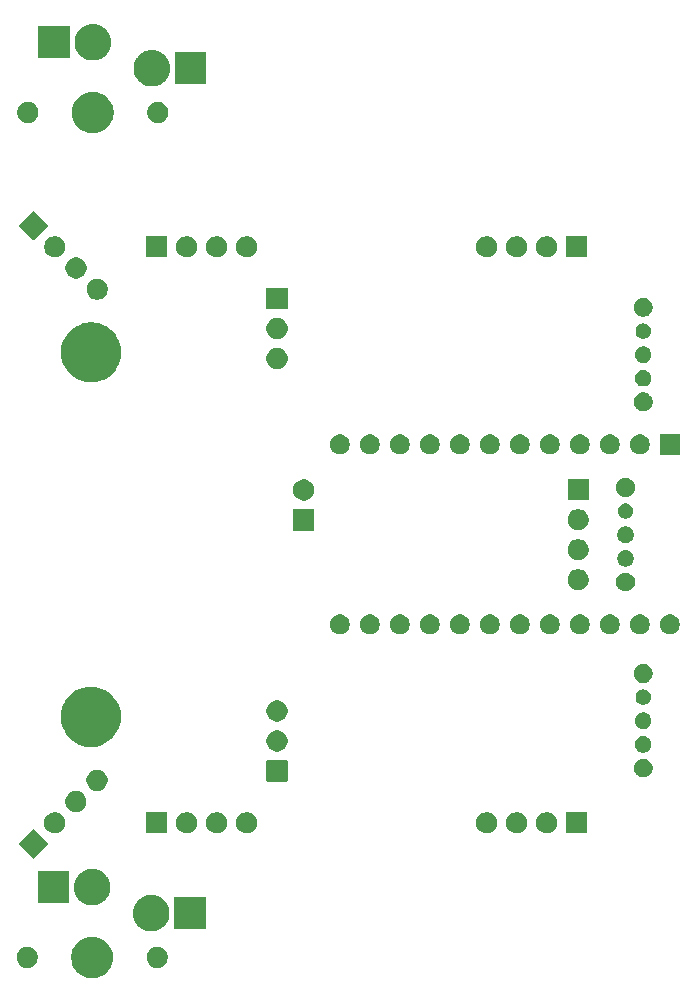
<source format=gbr>
G04 #@! TF.GenerationSoftware,KiCad,Pcbnew,9.0.2*
G04 #@! TF.CreationDate,2025-09-19T14:38:59-04:00*
G04 #@! TF.ProjectId,Trackball,54726163-6b62-4616-9c6c-2e6b69636164,rev?*
G04 #@! TF.SameCoordinates,Original*
G04 #@! TF.FileFunction,Soldermask,Bot*
G04 #@! TF.FilePolarity,Negative*
%FSLAX46Y46*%
G04 Gerber Fmt 4.6, Leading zero omitted, Abs format (unit mm)*
G04 Created by KiCad (PCBNEW 9.0.2) date 2025-09-19 14:38:59*
%MOMM*%
%LPD*%
G01*
G04 APERTURE LIST*
G04 APERTURE END LIST*
G36*
X115091432Y-135650424D02*
G01*
X115314501Y-135710195D01*
X115527861Y-135798571D01*
X115727859Y-135914040D01*
X115911075Y-136054627D01*
X116074373Y-136217925D01*
X116214960Y-136401141D01*
X116330429Y-136601139D01*
X116418805Y-136814499D01*
X116478576Y-137037568D01*
X116508720Y-137266531D01*
X116508720Y-137497469D01*
X116478576Y-137726432D01*
X116418805Y-137949501D01*
X116330429Y-138162861D01*
X116214960Y-138362859D01*
X116074373Y-138546075D01*
X115911075Y-138709373D01*
X115727859Y-138849960D01*
X115527861Y-138965429D01*
X115314501Y-139053805D01*
X115091432Y-139113576D01*
X114862469Y-139143720D01*
X114631531Y-139143720D01*
X114402568Y-139113576D01*
X114179499Y-139053805D01*
X113966139Y-138965429D01*
X113766141Y-138849960D01*
X113582925Y-138709373D01*
X113419627Y-138546075D01*
X113279040Y-138362859D01*
X113163571Y-138162861D01*
X113075195Y-137949501D01*
X113015424Y-137726432D01*
X112985280Y-137497469D01*
X112985280Y-137266531D01*
X113015424Y-137037568D01*
X113075195Y-136814499D01*
X113163571Y-136601139D01*
X113279040Y-136401141D01*
X113419627Y-136217925D01*
X113582925Y-136054627D01*
X113766141Y-135914040D01*
X113966139Y-135798571D01*
X114179499Y-135710195D01*
X114402568Y-135650424D01*
X114631531Y-135620280D01*
X114862469Y-135620280D01*
X115091432Y-135650424D01*
G37*
G36*
X109508808Y-136518936D02*
G01*
X109672153Y-136586595D01*
X109819159Y-136684822D01*
X109944178Y-136809841D01*
X110042405Y-136956847D01*
X110110064Y-137120192D01*
X110144557Y-137293598D01*
X110144557Y-137470402D01*
X110110064Y-137643808D01*
X110042405Y-137807153D01*
X109944178Y-137954159D01*
X109819159Y-138079178D01*
X109672153Y-138177405D01*
X109508808Y-138245064D01*
X109335402Y-138279557D01*
X109158598Y-138279557D01*
X108985192Y-138245064D01*
X108821847Y-138177405D01*
X108674841Y-138079178D01*
X108549822Y-137954159D01*
X108451595Y-137807153D01*
X108383936Y-137643808D01*
X108349443Y-137470402D01*
X108349443Y-137293598D01*
X108383936Y-137120192D01*
X108451595Y-136956847D01*
X108549822Y-136809841D01*
X108674841Y-136684822D01*
X108821847Y-136586595D01*
X108985192Y-136518936D01*
X109158598Y-136484443D01*
X109335402Y-136484443D01*
X109508808Y-136518936D01*
G37*
G36*
X120508808Y-136518936D02*
G01*
X120672153Y-136586595D01*
X120819159Y-136684822D01*
X120944178Y-136809841D01*
X121042405Y-136956847D01*
X121110064Y-137120192D01*
X121144557Y-137293598D01*
X121144557Y-137470402D01*
X121110064Y-137643808D01*
X121042405Y-137807153D01*
X120944178Y-137954159D01*
X120819159Y-138079178D01*
X120672153Y-138177405D01*
X120508808Y-138245064D01*
X120335402Y-138279557D01*
X120158598Y-138279557D01*
X119985192Y-138245064D01*
X119821847Y-138177405D01*
X119674841Y-138079178D01*
X119549822Y-137954159D01*
X119451595Y-137807153D01*
X119383936Y-137643808D01*
X119349443Y-137470402D01*
X119349443Y-137293598D01*
X119383936Y-137120192D01*
X119451595Y-136956847D01*
X119549822Y-136809841D01*
X119674841Y-136684822D01*
X119821847Y-136586595D01*
X119985192Y-136518936D01*
X120158598Y-136484443D01*
X120335402Y-136484443D01*
X120508808Y-136518936D01*
G37*
G36*
X119857482Y-132085781D02*
G01*
X119868690Y-132085781D01*
X119923888Y-132094523D01*
X120049534Y-132111065D01*
X120080189Y-132119279D01*
X120109074Y-132123854D01*
X120164620Y-132141902D01*
X120245467Y-132163565D01*
X120297050Y-132184931D01*
X120340542Y-132199063D01*
X120381286Y-132219823D01*
X120432870Y-132241190D01*
X120505353Y-132283038D01*
X120557395Y-132309555D01*
X120581055Y-132326745D01*
X120608539Y-132342613D01*
X120709074Y-132419756D01*
X120754294Y-132452610D01*
X120762219Y-132460535D01*
X120769466Y-132466096D01*
X120912903Y-132609533D01*
X120918463Y-132616779D01*
X120926390Y-132624706D01*
X120959247Y-132669930D01*
X121036386Y-132770460D01*
X121052252Y-132797941D01*
X121069445Y-132821605D01*
X121095964Y-132873652D01*
X121137809Y-132946129D01*
X121159173Y-132997706D01*
X121179937Y-133038458D01*
X121194070Y-133081955D01*
X121215434Y-133133532D01*
X121237093Y-133214366D01*
X121255146Y-133269926D01*
X121259721Y-133298816D01*
X121267934Y-133329465D01*
X121284474Y-133455099D01*
X121293219Y-133510310D01*
X121293219Y-133521518D01*
X121294412Y-133530580D01*
X121294412Y-133733419D01*
X121293219Y-133742480D01*
X121293219Y-133753690D01*
X121284473Y-133808905D01*
X121267934Y-133934534D01*
X121259722Y-133965180D01*
X121255146Y-133994074D01*
X121237091Y-134049638D01*
X121215434Y-134130467D01*
X121194071Y-134182039D01*
X121179937Y-134225542D01*
X121159171Y-134266297D01*
X121137809Y-134317870D01*
X121095968Y-134390338D01*
X121069445Y-134442395D01*
X121052249Y-134466062D01*
X121036386Y-134493539D01*
X120959261Y-134594050D01*
X120926390Y-134639294D01*
X120918459Y-134647224D01*
X120912903Y-134654466D01*
X120769466Y-134797903D01*
X120762224Y-134803459D01*
X120754294Y-134811390D01*
X120709050Y-134844261D01*
X120608539Y-134921386D01*
X120581062Y-134937249D01*
X120557395Y-134954445D01*
X120505338Y-134980968D01*
X120432870Y-135022809D01*
X120381297Y-135044171D01*
X120340542Y-135064937D01*
X120297039Y-135079071D01*
X120245467Y-135100434D01*
X120164638Y-135122091D01*
X120109074Y-135140146D01*
X120080180Y-135144722D01*
X120049534Y-135152934D01*
X119923902Y-135169474D01*
X119868690Y-135178219D01*
X119857481Y-135178219D01*
X119848420Y-135179412D01*
X119645580Y-135179412D01*
X119636519Y-135178219D01*
X119625310Y-135178219D01*
X119570099Y-135169474D01*
X119444465Y-135152934D01*
X119413816Y-135144721D01*
X119384926Y-135140146D01*
X119329366Y-135122093D01*
X119248532Y-135100434D01*
X119196955Y-135079070D01*
X119153458Y-135064937D01*
X119112706Y-135044173D01*
X119061129Y-135022809D01*
X118988652Y-134980964D01*
X118936605Y-134954445D01*
X118912941Y-134937252D01*
X118885460Y-134921386D01*
X118784930Y-134844247D01*
X118739706Y-134811390D01*
X118731779Y-134803463D01*
X118724533Y-134797903D01*
X118581096Y-134654466D01*
X118575535Y-134647219D01*
X118567610Y-134639294D01*
X118534756Y-134594074D01*
X118457613Y-134493539D01*
X118441745Y-134466055D01*
X118424555Y-134442395D01*
X118398038Y-134390353D01*
X118356190Y-134317870D01*
X118334823Y-134266286D01*
X118314063Y-134225542D01*
X118299931Y-134182050D01*
X118278565Y-134130467D01*
X118256902Y-134049620D01*
X118238854Y-133994074D01*
X118234279Y-133965189D01*
X118226065Y-133934534D01*
X118209524Y-133808891D01*
X118200781Y-133753690D01*
X118200781Y-133742480D01*
X118199588Y-133733419D01*
X118199588Y-133530580D01*
X118200781Y-133521518D01*
X118200781Y-133510310D01*
X118209523Y-133455113D01*
X118226065Y-133329465D01*
X118234279Y-133298807D01*
X118238854Y-133269926D01*
X118256900Y-133214383D01*
X118278565Y-133133532D01*
X118299933Y-133081944D01*
X118314063Y-133038458D01*
X118334821Y-132997717D01*
X118356190Y-132946129D01*
X118398042Y-132873637D01*
X118424555Y-132821605D01*
X118441742Y-132797948D01*
X118457613Y-132770460D01*
X118534770Y-132669906D01*
X118567610Y-132624706D01*
X118575532Y-132616783D01*
X118581096Y-132609533D01*
X118724533Y-132466096D01*
X118731783Y-132460532D01*
X118739706Y-132452610D01*
X118784906Y-132419770D01*
X118885460Y-132342613D01*
X118912948Y-132326742D01*
X118936605Y-132309555D01*
X118988637Y-132283042D01*
X119061129Y-132241190D01*
X119112717Y-132219821D01*
X119153458Y-132199063D01*
X119196944Y-132184933D01*
X119248532Y-132163565D01*
X119329383Y-132141900D01*
X119384926Y-132123854D01*
X119413807Y-132119279D01*
X119444465Y-132111065D01*
X119570113Y-132094523D01*
X119625310Y-132085781D01*
X119636518Y-132085781D01*
X119645580Y-132084588D01*
X119848420Y-132084588D01*
X119857482Y-132085781D01*
G37*
G36*
X124341517Y-132284882D02*
G01*
X124358062Y-132295938D01*
X124369118Y-132312483D01*
X124373000Y-132332000D01*
X124373000Y-134932000D01*
X124369118Y-134951517D01*
X124358062Y-134968062D01*
X124341517Y-134979118D01*
X124322000Y-134983000D01*
X121722000Y-134983000D01*
X121702483Y-134979118D01*
X121685938Y-134968062D01*
X121674882Y-134951517D01*
X121671000Y-134932000D01*
X121671000Y-132332000D01*
X121674882Y-132312483D01*
X121685938Y-132295938D01*
X121702483Y-132284882D01*
X121722000Y-132281000D01*
X124322000Y-132281000D01*
X124341517Y-132284882D01*
G37*
G36*
X114857482Y-129885781D02*
G01*
X114868690Y-129885781D01*
X114923888Y-129894523D01*
X115049534Y-129911065D01*
X115080189Y-129919279D01*
X115109074Y-129923854D01*
X115164620Y-129941902D01*
X115245467Y-129963565D01*
X115297050Y-129984931D01*
X115340542Y-129999063D01*
X115381286Y-130019823D01*
X115432870Y-130041190D01*
X115505353Y-130083038D01*
X115557395Y-130109555D01*
X115581055Y-130126745D01*
X115608539Y-130142613D01*
X115709074Y-130219756D01*
X115754294Y-130252610D01*
X115762219Y-130260535D01*
X115769466Y-130266096D01*
X115912903Y-130409533D01*
X115918463Y-130416779D01*
X115926390Y-130424706D01*
X115959247Y-130469930D01*
X116036386Y-130570460D01*
X116052252Y-130597941D01*
X116069445Y-130621605D01*
X116095964Y-130673652D01*
X116137809Y-130746129D01*
X116159173Y-130797706D01*
X116179937Y-130838458D01*
X116194070Y-130881955D01*
X116215434Y-130933532D01*
X116237093Y-131014366D01*
X116255146Y-131069926D01*
X116259721Y-131098816D01*
X116267934Y-131129465D01*
X116284474Y-131255099D01*
X116293219Y-131310310D01*
X116293219Y-131321518D01*
X116294412Y-131330580D01*
X116294412Y-131533419D01*
X116293219Y-131542480D01*
X116293219Y-131553690D01*
X116284473Y-131608905D01*
X116267934Y-131734534D01*
X116259722Y-131765180D01*
X116255146Y-131794074D01*
X116237091Y-131849638D01*
X116215434Y-131930467D01*
X116194071Y-131982039D01*
X116179937Y-132025542D01*
X116159171Y-132066297D01*
X116137809Y-132117870D01*
X116095968Y-132190338D01*
X116069445Y-132242395D01*
X116052249Y-132266062D01*
X116036386Y-132293539D01*
X115959261Y-132394050D01*
X115926390Y-132439294D01*
X115918459Y-132447224D01*
X115912903Y-132454466D01*
X115769466Y-132597903D01*
X115762224Y-132603459D01*
X115754294Y-132611390D01*
X115709050Y-132644261D01*
X115608539Y-132721386D01*
X115581062Y-132737249D01*
X115557395Y-132754445D01*
X115505338Y-132780968D01*
X115432870Y-132822809D01*
X115381297Y-132844171D01*
X115340542Y-132864937D01*
X115297039Y-132879071D01*
X115245467Y-132900434D01*
X115164638Y-132922091D01*
X115109074Y-132940146D01*
X115080180Y-132944722D01*
X115049534Y-132952934D01*
X114923902Y-132969474D01*
X114868690Y-132978219D01*
X114857481Y-132978219D01*
X114848420Y-132979412D01*
X114645580Y-132979412D01*
X114636519Y-132978219D01*
X114625310Y-132978219D01*
X114570099Y-132969474D01*
X114444465Y-132952934D01*
X114413816Y-132944721D01*
X114384926Y-132940146D01*
X114329366Y-132922093D01*
X114248532Y-132900434D01*
X114196955Y-132879070D01*
X114153458Y-132864937D01*
X114112706Y-132844173D01*
X114061129Y-132822809D01*
X113988652Y-132780964D01*
X113936605Y-132754445D01*
X113912941Y-132737252D01*
X113885460Y-132721386D01*
X113784930Y-132644247D01*
X113739706Y-132611390D01*
X113731779Y-132603463D01*
X113724533Y-132597903D01*
X113581096Y-132454466D01*
X113575535Y-132447219D01*
X113567610Y-132439294D01*
X113534756Y-132394074D01*
X113457613Y-132293539D01*
X113441745Y-132266055D01*
X113424555Y-132242395D01*
X113398038Y-132190353D01*
X113356190Y-132117870D01*
X113334823Y-132066286D01*
X113314063Y-132025542D01*
X113299931Y-131982050D01*
X113278565Y-131930467D01*
X113256902Y-131849620D01*
X113238854Y-131794074D01*
X113234279Y-131765189D01*
X113226065Y-131734534D01*
X113209524Y-131608891D01*
X113200781Y-131553690D01*
X113200781Y-131542480D01*
X113199588Y-131533419D01*
X113199588Y-131330580D01*
X113200781Y-131321518D01*
X113200781Y-131310310D01*
X113209523Y-131255113D01*
X113226065Y-131129465D01*
X113234279Y-131098807D01*
X113238854Y-131069926D01*
X113256900Y-131014383D01*
X113278565Y-130933532D01*
X113299933Y-130881944D01*
X113314063Y-130838458D01*
X113334821Y-130797717D01*
X113356190Y-130746129D01*
X113398042Y-130673637D01*
X113424555Y-130621605D01*
X113441742Y-130597948D01*
X113457613Y-130570460D01*
X113534770Y-130469906D01*
X113567610Y-130424706D01*
X113575532Y-130416783D01*
X113581096Y-130409533D01*
X113724533Y-130266096D01*
X113731783Y-130260532D01*
X113739706Y-130252610D01*
X113784906Y-130219770D01*
X113885460Y-130142613D01*
X113912948Y-130126742D01*
X113936605Y-130109555D01*
X113988637Y-130083042D01*
X114061129Y-130041190D01*
X114112717Y-130019821D01*
X114153458Y-129999063D01*
X114196944Y-129984933D01*
X114248532Y-129963565D01*
X114329383Y-129941900D01*
X114384926Y-129923854D01*
X114413807Y-129919279D01*
X114444465Y-129911065D01*
X114570113Y-129894523D01*
X114625310Y-129885781D01*
X114636518Y-129885781D01*
X114645580Y-129884588D01*
X114848420Y-129884588D01*
X114857482Y-129885781D01*
G37*
G36*
X112791517Y-130084882D02*
G01*
X112808062Y-130095938D01*
X112819118Y-130112483D01*
X112823000Y-130132000D01*
X112823000Y-132732000D01*
X112819118Y-132751517D01*
X112808062Y-132768062D01*
X112791517Y-132779118D01*
X112772000Y-132783000D01*
X110172000Y-132783000D01*
X110152483Y-132779118D01*
X110135938Y-132768062D01*
X110124882Y-132751517D01*
X110121000Y-132732000D01*
X110121000Y-130132000D01*
X110124882Y-130112483D01*
X110135938Y-130095938D01*
X110152483Y-130084882D01*
X110172000Y-130081000D01*
X112772000Y-130081000D01*
X112791517Y-130084882D01*
G37*
G36*
X109793466Y-126536851D02*
G01*
X109810011Y-126547907D01*
X111012093Y-127749989D01*
X111023149Y-127766534D01*
X111027030Y-127786051D01*
X111023149Y-127805568D01*
X111012093Y-127822113D01*
X109810011Y-129024195D01*
X109793466Y-129035251D01*
X109773949Y-129039132D01*
X109754432Y-129035251D01*
X109737887Y-129024195D01*
X108535805Y-127822113D01*
X108524749Y-127805568D01*
X108520868Y-127786051D01*
X108524749Y-127766534D01*
X108535805Y-127749989D01*
X109432277Y-126853517D01*
X109729182Y-126556611D01*
X109729185Y-126556608D01*
X109737887Y-126547907D01*
X109754432Y-126536851D01*
X109773949Y-126532970D01*
X109793466Y-126536851D01*
G37*
G36*
X111831546Y-125127797D02*
G01*
X111994728Y-125195389D01*
X112141588Y-125293518D01*
X112266482Y-125418412D01*
X112364611Y-125565272D01*
X112432203Y-125728454D01*
X112466661Y-125901687D01*
X112466661Y-126078313D01*
X112432203Y-126251546D01*
X112364611Y-126414728D01*
X112266482Y-126561588D01*
X112141588Y-126686482D01*
X111994728Y-126784611D01*
X111831546Y-126852203D01*
X111658313Y-126886661D01*
X111481687Y-126886661D01*
X111308454Y-126852203D01*
X111145272Y-126784611D01*
X110998412Y-126686482D01*
X110873518Y-126561588D01*
X110775389Y-126414728D01*
X110707797Y-126251546D01*
X110673339Y-126078313D01*
X110673339Y-125901687D01*
X110707797Y-125728454D01*
X110775389Y-125565272D01*
X110873518Y-125418412D01*
X110998412Y-125293518D01*
X111145272Y-125195389D01*
X111308454Y-125127797D01*
X111481687Y-125093339D01*
X111658313Y-125093339D01*
X111831546Y-125127797D01*
G37*
G36*
X121077517Y-125086882D02*
G01*
X121094062Y-125097938D01*
X121105118Y-125114483D01*
X121109000Y-125134000D01*
X121109000Y-126834000D01*
X121105118Y-126853517D01*
X121094062Y-126870062D01*
X121077517Y-126881118D01*
X121058000Y-126885000D01*
X119358000Y-126885000D01*
X119338483Y-126881118D01*
X119321938Y-126870062D01*
X119310882Y-126853517D01*
X119307000Y-126834000D01*
X119307000Y-125134000D01*
X119310882Y-125114483D01*
X119321938Y-125097938D01*
X119338483Y-125086882D01*
X119358000Y-125083000D01*
X121058000Y-125083000D01*
X121077517Y-125086882D01*
G37*
G36*
X156637517Y-125086882D02*
G01*
X156654062Y-125097938D01*
X156665118Y-125114483D01*
X156669000Y-125134000D01*
X156669000Y-126834000D01*
X156665118Y-126853517D01*
X156654062Y-126870062D01*
X156637517Y-126881118D01*
X156618000Y-126885000D01*
X154918000Y-126885000D01*
X154898483Y-126881118D01*
X154881938Y-126870062D01*
X154870882Y-126853517D01*
X154867000Y-126834000D01*
X154867000Y-125134000D01*
X154870882Y-125114483D01*
X154881938Y-125097938D01*
X154898483Y-125086882D01*
X154918000Y-125083000D01*
X156618000Y-125083000D01*
X156637517Y-125086882D01*
G37*
G36*
X123009546Y-125121797D02*
G01*
X123172728Y-125189389D01*
X123319588Y-125287518D01*
X123444482Y-125412412D01*
X123542611Y-125559272D01*
X123610203Y-125722454D01*
X123644661Y-125895687D01*
X123644661Y-126072313D01*
X123610203Y-126245546D01*
X123542611Y-126408728D01*
X123444482Y-126555588D01*
X123319588Y-126680482D01*
X123172728Y-126778611D01*
X123009546Y-126846203D01*
X122836313Y-126880661D01*
X122659687Y-126880661D01*
X122486454Y-126846203D01*
X122323272Y-126778611D01*
X122176412Y-126680482D01*
X122051518Y-126555588D01*
X121953389Y-126408728D01*
X121885797Y-126245546D01*
X121851339Y-126072313D01*
X121851339Y-125895687D01*
X121885797Y-125722454D01*
X121953389Y-125559272D01*
X122051518Y-125412412D01*
X122176412Y-125287518D01*
X122323272Y-125189389D01*
X122486454Y-125121797D01*
X122659687Y-125087339D01*
X122836313Y-125087339D01*
X123009546Y-125121797D01*
G37*
G36*
X125549546Y-125121797D02*
G01*
X125712728Y-125189389D01*
X125859588Y-125287518D01*
X125984482Y-125412412D01*
X126082611Y-125559272D01*
X126150203Y-125722454D01*
X126184661Y-125895687D01*
X126184661Y-126072313D01*
X126150203Y-126245546D01*
X126082611Y-126408728D01*
X125984482Y-126555588D01*
X125859588Y-126680482D01*
X125712728Y-126778611D01*
X125549546Y-126846203D01*
X125376313Y-126880661D01*
X125199687Y-126880661D01*
X125026454Y-126846203D01*
X124863272Y-126778611D01*
X124716412Y-126680482D01*
X124591518Y-126555588D01*
X124493389Y-126408728D01*
X124425797Y-126245546D01*
X124391339Y-126072313D01*
X124391339Y-125895687D01*
X124425797Y-125722454D01*
X124493389Y-125559272D01*
X124591518Y-125412412D01*
X124716412Y-125287518D01*
X124863272Y-125189389D01*
X125026454Y-125121797D01*
X125199687Y-125087339D01*
X125376313Y-125087339D01*
X125549546Y-125121797D01*
G37*
G36*
X128089546Y-125121797D02*
G01*
X128252728Y-125189389D01*
X128399588Y-125287518D01*
X128524482Y-125412412D01*
X128622611Y-125559272D01*
X128690203Y-125722454D01*
X128724661Y-125895687D01*
X128724661Y-126072313D01*
X128690203Y-126245546D01*
X128622611Y-126408728D01*
X128524482Y-126555588D01*
X128399588Y-126680482D01*
X128252728Y-126778611D01*
X128089546Y-126846203D01*
X127916313Y-126880661D01*
X127739687Y-126880661D01*
X127566454Y-126846203D01*
X127403272Y-126778611D01*
X127256412Y-126680482D01*
X127131518Y-126555588D01*
X127033389Y-126408728D01*
X126965797Y-126245546D01*
X126931339Y-126072313D01*
X126931339Y-125895687D01*
X126965797Y-125722454D01*
X127033389Y-125559272D01*
X127131518Y-125412412D01*
X127256412Y-125287518D01*
X127403272Y-125189389D01*
X127566454Y-125121797D01*
X127739687Y-125087339D01*
X127916313Y-125087339D01*
X128089546Y-125121797D01*
G37*
G36*
X148409546Y-125121797D02*
G01*
X148572728Y-125189389D01*
X148719588Y-125287518D01*
X148844482Y-125412412D01*
X148942611Y-125559272D01*
X149010203Y-125722454D01*
X149044661Y-125895687D01*
X149044661Y-126072313D01*
X149010203Y-126245546D01*
X148942611Y-126408728D01*
X148844482Y-126555588D01*
X148719588Y-126680482D01*
X148572728Y-126778611D01*
X148409546Y-126846203D01*
X148236313Y-126880661D01*
X148059687Y-126880661D01*
X147886454Y-126846203D01*
X147723272Y-126778611D01*
X147576412Y-126680482D01*
X147451518Y-126555588D01*
X147353389Y-126408728D01*
X147285797Y-126245546D01*
X147251339Y-126072313D01*
X147251339Y-125895687D01*
X147285797Y-125722454D01*
X147353389Y-125559272D01*
X147451518Y-125412412D01*
X147576412Y-125287518D01*
X147723272Y-125189389D01*
X147886454Y-125121797D01*
X148059687Y-125087339D01*
X148236313Y-125087339D01*
X148409546Y-125121797D01*
G37*
G36*
X150949546Y-125121797D02*
G01*
X151112728Y-125189389D01*
X151259588Y-125287518D01*
X151384482Y-125412412D01*
X151482611Y-125559272D01*
X151550203Y-125722454D01*
X151584661Y-125895687D01*
X151584661Y-126072313D01*
X151550203Y-126245546D01*
X151482611Y-126408728D01*
X151384482Y-126555588D01*
X151259588Y-126680482D01*
X151112728Y-126778611D01*
X150949546Y-126846203D01*
X150776313Y-126880661D01*
X150599687Y-126880661D01*
X150426454Y-126846203D01*
X150263272Y-126778611D01*
X150116412Y-126680482D01*
X149991518Y-126555588D01*
X149893389Y-126408728D01*
X149825797Y-126245546D01*
X149791339Y-126072313D01*
X149791339Y-125895687D01*
X149825797Y-125722454D01*
X149893389Y-125559272D01*
X149991518Y-125412412D01*
X150116412Y-125287518D01*
X150263272Y-125189389D01*
X150426454Y-125121797D01*
X150599687Y-125087339D01*
X150776313Y-125087339D01*
X150949546Y-125121797D01*
G37*
G36*
X153489546Y-125121797D02*
G01*
X153652728Y-125189389D01*
X153799588Y-125287518D01*
X153924482Y-125412412D01*
X154022611Y-125559272D01*
X154090203Y-125722454D01*
X154124661Y-125895687D01*
X154124661Y-126072313D01*
X154090203Y-126245546D01*
X154022611Y-126408728D01*
X153924482Y-126555588D01*
X153799588Y-126680482D01*
X153652728Y-126778611D01*
X153489546Y-126846203D01*
X153316313Y-126880661D01*
X153139687Y-126880661D01*
X152966454Y-126846203D01*
X152803272Y-126778611D01*
X152656412Y-126680482D01*
X152531518Y-126555588D01*
X152433389Y-126408728D01*
X152365797Y-126245546D01*
X152331339Y-126072313D01*
X152331339Y-125895687D01*
X152365797Y-125722454D01*
X152433389Y-125559272D01*
X152531518Y-125412412D01*
X152656412Y-125287518D01*
X152803272Y-125189389D01*
X152966454Y-125121797D01*
X153139687Y-125087339D01*
X153316313Y-125087339D01*
X153489546Y-125121797D01*
G37*
G36*
X113627597Y-123331746D02*
G01*
X113790779Y-123399338D01*
X113937639Y-123497467D01*
X114062533Y-123622361D01*
X114160662Y-123769221D01*
X114228254Y-123932403D01*
X114262712Y-124105636D01*
X114262712Y-124282262D01*
X114228254Y-124455495D01*
X114160662Y-124618677D01*
X114062533Y-124765537D01*
X113937639Y-124890431D01*
X113790779Y-124988560D01*
X113627597Y-125056152D01*
X113454364Y-125090610D01*
X113277738Y-125090610D01*
X113104505Y-125056152D01*
X112941323Y-124988560D01*
X112794463Y-124890431D01*
X112669569Y-124765537D01*
X112571440Y-124618677D01*
X112503848Y-124455495D01*
X112469390Y-124282262D01*
X112469390Y-124105636D01*
X112503848Y-123932403D01*
X112571440Y-123769221D01*
X112669569Y-123622361D01*
X112794463Y-123497467D01*
X112941323Y-123399338D01*
X113104505Y-123331746D01*
X113277738Y-123297288D01*
X113454364Y-123297288D01*
X113627597Y-123331746D01*
G37*
G36*
X115423649Y-121535694D02*
G01*
X115586831Y-121603286D01*
X115733691Y-121701415D01*
X115858585Y-121826309D01*
X115956714Y-121973169D01*
X116024306Y-122136351D01*
X116058764Y-122309584D01*
X116058764Y-122486210D01*
X116024306Y-122659443D01*
X115956714Y-122822625D01*
X115858585Y-122969485D01*
X115733691Y-123094379D01*
X115586831Y-123192508D01*
X115423649Y-123260100D01*
X115250416Y-123294558D01*
X115073790Y-123294558D01*
X114900557Y-123260100D01*
X114737375Y-123192508D01*
X114590515Y-123094379D01*
X114465621Y-122969485D01*
X114367492Y-122822625D01*
X114299900Y-122659443D01*
X114265442Y-122486210D01*
X114265442Y-122309584D01*
X114299900Y-122136351D01*
X114367492Y-121973169D01*
X114465621Y-121826309D01*
X114590515Y-121701415D01*
X114737375Y-121603286D01*
X114900557Y-121535694D01*
X115073790Y-121501236D01*
X115250416Y-121501236D01*
X115423649Y-121535694D01*
G37*
G36*
X131269517Y-120702882D02*
G01*
X131286062Y-120713938D01*
X131297118Y-120730483D01*
X131301000Y-120750000D01*
X131301000Y-122450000D01*
X131297118Y-122469517D01*
X131286062Y-122486062D01*
X131269517Y-122497118D01*
X131250000Y-122501000D01*
X129550000Y-122501000D01*
X129530483Y-122497118D01*
X129513938Y-122486062D01*
X129502882Y-122469517D01*
X129499000Y-122450000D01*
X129499000Y-120750000D01*
X129502882Y-120730483D01*
X129513938Y-120713938D01*
X129530483Y-120702882D01*
X129550000Y-120699000D01*
X131250000Y-120699000D01*
X131269517Y-120702882D01*
G37*
G36*
X161632518Y-120583491D02*
G01*
X161777589Y-120643581D01*
X161908149Y-120730819D01*
X162019181Y-120841851D01*
X162106419Y-120972411D01*
X162166509Y-121117482D01*
X162197143Y-121271488D01*
X162197143Y-121428512D01*
X162166509Y-121582518D01*
X162106419Y-121727589D01*
X162019181Y-121858149D01*
X161908149Y-121969181D01*
X161777589Y-122056419D01*
X161632518Y-122116509D01*
X161478512Y-122147143D01*
X161321488Y-122147143D01*
X161167482Y-122116509D01*
X161022411Y-122056419D01*
X160891851Y-121969181D01*
X160780819Y-121858149D01*
X160693581Y-121727589D01*
X160633491Y-121582518D01*
X160602857Y-121428512D01*
X160602857Y-121271488D01*
X160633491Y-121117482D01*
X160693581Y-120972411D01*
X160780819Y-120841851D01*
X160891851Y-120730819D01*
X161022411Y-120643581D01*
X161167482Y-120583491D01*
X161321488Y-120552857D01*
X161478512Y-120552857D01*
X161632518Y-120583491D01*
G37*
G36*
X161603490Y-118679185D02*
G01*
X161730449Y-118731773D01*
X161844710Y-118808120D01*
X161941880Y-118905290D01*
X162018227Y-119019551D01*
X162070815Y-119146510D01*
X162097624Y-119281290D01*
X162097624Y-119418710D01*
X162070815Y-119553490D01*
X162018227Y-119680449D01*
X161941880Y-119794710D01*
X161844710Y-119891880D01*
X161730449Y-119968227D01*
X161603490Y-120020815D01*
X161468710Y-120047624D01*
X161331290Y-120047624D01*
X161196510Y-120020815D01*
X161069551Y-119968227D01*
X160955290Y-119891880D01*
X160858120Y-119794710D01*
X160781773Y-119680449D01*
X160729185Y-119553490D01*
X160702376Y-119418710D01*
X160702376Y-119281290D01*
X160729185Y-119146510D01*
X160781773Y-119019551D01*
X160858120Y-118905290D01*
X160955290Y-118808120D01*
X161069551Y-118731773D01*
X161196510Y-118679185D01*
X161331290Y-118652376D01*
X161468710Y-118652376D01*
X161603490Y-118679185D01*
G37*
G36*
X130661546Y-118197797D02*
G01*
X130824728Y-118265389D01*
X130971588Y-118363518D01*
X131096482Y-118488412D01*
X131194611Y-118635272D01*
X131262203Y-118798454D01*
X131296661Y-118971687D01*
X131296661Y-119148313D01*
X131262203Y-119321546D01*
X131194611Y-119484728D01*
X131096482Y-119631588D01*
X130971588Y-119756482D01*
X130824728Y-119854611D01*
X130661546Y-119922203D01*
X130488313Y-119956661D01*
X130311687Y-119956661D01*
X130138454Y-119922203D01*
X129975272Y-119854611D01*
X129828412Y-119756482D01*
X129703518Y-119631588D01*
X129605389Y-119484728D01*
X129537797Y-119321546D01*
X129503339Y-119148313D01*
X129503339Y-118971687D01*
X129537797Y-118798454D01*
X129605389Y-118635272D01*
X129703518Y-118488412D01*
X129828412Y-118363518D01*
X129975272Y-118265389D01*
X130138454Y-118197797D01*
X130311687Y-118163339D01*
X130488313Y-118163339D01*
X130661546Y-118197797D01*
G37*
G36*
X115067308Y-114505043D02*
G01*
X115346207Y-114568700D01*
X115616225Y-114663183D01*
X115873967Y-114787305D01*
X116116190Y-114939504D01*
X116339850Y-115117867D01*
X116542133Y-115320150D01*
X116720496Y-115543810D01*
X116872695Y-115786033D01*
X116996817Y-116043775D01*
X117091300Y-116313793D01*
X117154957Y-116592692D01*
X117186987Y-116876964D01*
X117186987Y-117163036D01*
X117154957Y-117447308D01*
X117091300Y-117726207D01*
X116996817Y-117996225D01*
X116872695Y-118253967D01*
X116720496Y-118496190D01*
X116542133Y-118719850D01*
X116339850Y-118922133D01*
X116116190Y-119100496D01*
X115873967Y-119252695D01*
X115616225Y-119376817D01*
X115346207Y-119471300D01*
X115067308Y-119534957D01*
X114783036Y-119566987D01*
X114496964Y-119566987D01*
X114212692Y-119534957D01*
X113933793Y-119471300D01*
X113663775Y-119376817D01*
X113406033Y-119252695D01*
X113163810Y-119100496D01*
X112940150Y-118922133D01*
X112737867Y-118719850D01*
X112559504Y-118496190D01*
X112407305Y-118253967D01*
X112283183Y-117996225D01*
X112188700Y-117726207D01*
X112125043Y-117447308D01*
X112093013Y-117163036D01*
X112093013Y-116876964D01*
X112125043Y-116592692D01*
X112188700Y-116313793D01*
X112283183Y-116043775D01*
X112407305Y-115786033D01*
X112559504Y-115543810D01*
X112737867Y-115320150D01*
X112940150Y-115117867D01*
X113163810Y-114939504D01*
X113406033Y-114787305D01*
X113663775Y-114663183D01*
X113933793Y-114568700D01*
X114212692Y-114505043D01*
X114496964Y-114473013D01*
X114783036Y-114473013D01*
X115067308Y-114505043D01*
G37*
G36*
X161603490Y-116679185D02*
G01*
X161730449Y-116731773D01*
X161844710Y-116808120D01*
X161941880Y-116905290D01*
X162018227Y-117019551D01*
X162070815Y-117146510D01*
X162097624Y-117281290D01*
X162097624Y-117418710D01*
X162070815Y-117553490D01*
X162018227Y-117680449D01*
X161941880Y-117794710D01*
X161844710Y-117891880D01*
X161730449Y-117968227D01*
X161603490Y-118020815D01*
X161468710Y-118047624D01*
X161331290Y-118047624D01*
X161196510Y-118020815D01*
X161069551Y-117968227D01*
X160955290Y-117891880D01*
X160858120Y-117794710D01*
X160781773Y-117680449D01*
X160729185Y-117553490D01*
X160702376Y-117418710D01*
X160702376Y-117281290D01*
X160729185Y-117146510D01*
X160781773Y-117019551D01*
X160858120Y-116905290D01*
X160955290Y-116808120D01*
X161069551Y-116731773D01*
X161196510Y-116679185D01*
X161331290Y-116652376D01*
X161468710Y-116652376D01*
X161603490Y-116679185D01*
G37*
G36*
X130661546Y-115657797D02*
G01*
X130824728Y-115725389D01*
X130971588Y-115823518D01*
X131096482Y-115948412D01*
X131194611Y-116095272D01*
X131262203Y-116258454D01*
X131296661Y-116431687D01*
X131296661Y-116608313D01*
X131262203Y-116781546D01*
X131194611Y-116944728D01*
X131096482Y-117091588D01*
X130971588Y-117216482D01*
X130824728Y-117314611D01*
X130661546Y-117382203D01*
X130488313Y-117416661D01*
X130311687Y-117416661D01*
X130138454Y-117382203D01*
X129975272Y-117314611D01*
X129828412Y-117216482D01*
X129703518Y-117091588D01*
X129605389Y-116944728D01*
X129537797Y-116781546D01*
X129503339Y-116608313D01*
X129503339Y-116431687D01*
X129537797Y-116258454D01*
X129605389Y-116095272D01*
X129703518Y-115948412D01*
X129828412Y-115823518D01*
X129975272Y-115725389D01*
X130138454Y-115657797D01*
X130311687Y-115623339D01*
X130488313Y-115623339D01*
X130661546Y-115657797D01*
G37*
G36*
X161588975Y-114727032D02*
G01*
X161706879Y-114775869D01*
X161812990Y-114846770D01*
X161903230Y-114937010D01*
X161974131Y-115043121D01*
X162022968Y-115161025D01*
X162047865Y-115286191D01*
X162047865Y-115413809D01*
X162022968Y-115538975D01*
X161974131Y-115656879D01*
X161903230Y-115762990D01*
X161812990Y-115853230D01*
X161706879Y-115924131D01*
X161588975Y-115972968D01*
X161463809Y-115997865D01*
X161336191Y-115997865D01*
X161211025Y-115972968D01*
X161093121Y-115924131D01*
X160987010Y-115853230D01*
X160896770Y-115762990D01*
X160825869Y-115656879D01*
X160777032Y-115538975D01*
X160752135Y-115413809D01*
X160752135Y-115286191D01*
X160777032Y-115161025D01*
X160825869Y-115043121D01*
X160896770Y-114937010D01*
X160987010Y-114846770D01*
X161093121Y-114775869D01*
X161211025Y-114727032D01*
X161336191Y-114702135D01*
X161463809Y-114702135D01*
X161588975Y-114727032D01*
G37*
G36*
X161632518Y-112583491D02*
G01*
X161777589Y-112643581D01*
X161908149Y-112730819D01*
X162019181Y-112841851D01*
X162106419Y-112972411D01*
X162166509Y-113117482D01*
X162197143Y-113271488D01*
X162197143Y-113428512D01*
X162166509Y-113582518D01*
X162106419Y-113727589D01*
X162019181Y-113858149D01*
X161908149Y-113969181D01*
X161777589Y-114056419D01*
X161632518Y-114116509D01*
X161478512Y-114147143D01*
X161321488Y-114147143D01*
X161167482Y-114116509D01*
X161022411Y-114056419D01*
X160891851Y-113969181D01*
X160780819Y-113858149D01*
X160693581Y-113727589D01*
X160633491Y-113582518D01*
X160602857Y-113428512D01*
X160602857Y-113271488D01*
X160633491Y-113117482D01*
X160693581Y-112972411D01*
X160780819Y-112841851D01*
X160891851Y-112730819D01*
X161022411Y-112643581D01*
X161167482Y-112583491D01*
X161321488Y-112552857D01*
X161478512Y-112552857D01*
X161632518Y-112583491D01*
G37*
G36*
X135967032Y-108385644D02*
G01*
X136121159Y-108449485D01*
X136259869Y-108542168D01*
X136377832Y-108660131D01*
X136470515Y-108798841D01*
X136534356Y-108952968D01*
X136566902Y-109116587D01*
X136566902Y-109283413D01*
X136534356Y-109447032D01*
X136470515Y-109601159D01*
X136377832Y-109739869D01*
X136259869Y-109857832D01*
X136121159Y-109950515D01*
X135967032Y-110014356D01*
X135803413Y-110046902D01*
X135636587Y-110046902D01*
X135472968Y-110014356D01*
X135318841Y-109950515D01*
X135180131Y-109857832D01*
X135062168Y-109739869D01*
X134969485Y-109601159D01*
X134905644Y-109447032D01*
X134873098Y-109283413D01*
X134873098Y-109116587D01*
X134905644Y-108952968D01*
X134969485Y-108798841D01*
X135062168Y-108660131D01*
X135180131Y-108542168D01*
X135318841Y-108449485D01*
X135472968Y-108385644D01*
X135636587Y-108353098D01*
X135803413Y-108353098D01*
X135967032Y-108385644D01*
G37*
G36*
X138507032Y-108385644D02*
G01*
X138661159Y-108449485D01*
X138799869Y-108542168D01*
X138917832Y-108660131D01*
X139010515Y-108798841D01*
X139074356Y-108952968D01*
X139106902Y-109116587D01*
X139106902Y-109283413D01*
X139074356Y-109447032D01*
X139010515Y-109601159D01*
X138917832Y-109739869D01*
X138799869Y-109857832D01*
X138661159Y-109950515D01*
X138507032Y-110014356D01*
X138343413Y-110046902D01*
X138176587Y-110046902D01*
X138012968Y-110014356D01*
X137858841Y-109950515D01*
X137720131Y-109857832D01*
X137602168Y-109739869D01*
X137509485Y-109601159D01*
X137445644Y-109447032D01*
X137413098Y-109283413D01*
X137413098Y-109116587D01*
X137445644Y-108952968D01*
X137509485Y-108798841D01*
X137602168Y-108660131D01*
X137720131Y-108542168D01*
X137858841Y-108449485D01*
X138012968Y-108385644D01*
X138176587Y-108353098D01*
X138343413Y-108353098D01*
X138507032Y-108385644D01*
G37*
G36*
X141047032Y-108385644D02*
G01*
X141201159Y-108449485D01*
X141339869Y-108542168D01*
X141457832Y-108660131D01*
X141550515Y-108798841D01*
X141614356Y-108952968D01*
X141646902Y-109116587D01*
X141646902Y-109283413D01*
X141614356Y-109447032D01*
X141550515Y-109601159D01*
X141457832Y-109739869D01*
X141339869Y-109857832D01*
X141201159Y-109950515D01*
X141047032Y-110014356D01*
X140883413Y-110046902D01*
X140716587Y-110046902D01*
X140552968Y-110014356D01*
X140398841Y-109950515D01*
X140260131Y-109857832D01*
X140142168Y-109739869D01*
X140049485Y-109601159D01*
X139985644Y-109447032D01*
X139953098Y-109283413D01*
X139953098Y-109116587D01*
X139985644Y-108952968D01*
X140049485Y-108798841D01*
X140142168Y-108660131D01*
X140260131Y-108542168D01*
X140398841Y-108449485D01*
X140552968Y-108385644D01*
X140716587Y-108353098D01*
X140883413Y-108353098D01*
X141047032Y-108385644D01*
G37*
G36*
X143587032Y-108385644D02*
G01*
X143741159Y-108449485D01*
X143879869Y-108542168D01*
X143997832Y-108660131D01*
X144090515Y-108798841D01*
X144154356Y-108952968D01*
X144186902Y-109116587D01*
X144186902Y-109283413D01*
X144154356Y-109447032D01*
X144090515Y-109601159D01*
X143997832Y-109739869D01*
X143879869Y-109857832D01*
X143741159Y-109950515D01*
X143587032Y-110014356D01*
X143423413Y-110046902D01*
X143256587Y-110046902D01*
X143092968Y-110014356D01*
X142938841Y-109950515D01*
X142800131Y-109857832D01*
X142682168Y-109739869D01*
X142589485Y-109601159D01*
X142525644Y-109447032D01*
X142493098Y-109283413D01*
X142493098Y-109116587D01*
X142525644Y-108952968D01*
X142589485Y-108798841D01*
X142682168Y-108660131D01*
X142800131Y-108542168D01*
X142938841Y-108449485D01*
X143092968Y-108385644D01*
X143256587Y-108353098D01*
X143423413Y-108353098D01*
X143587032Y-108385644D01*
G37*
G36*
X146127032Y-108385644D02*
G01*
X146281159Y-108449485D01*
X146419869Y-108542168D01*
X146537832Y-108660131D01*
X146630515Y-108798841D01*
X146694356Y-108952968D01*
X146726902Y-109116587D01*
X146726902Y-109283413D01*
X146694356Y-109447032D01*
X146630515Y-109601159D01*
X146537832Y-109739869D01*
X146419869Y-109857832D01*
X146281159Y-109950515D01*
X146127032Y-110014356D01*
X145963413Y-110046902D01*
X145796587Y-110046902D01*
X145632968Y-110014356D01*
X145478841Y-109950515D01*
X145340131Y-109857832D01*
X145222168Y-109739869D01*
X145129485Y-109601159D01*
X145065644Y-109447032D01*
X145033098Y-109283413D01*
X145033098Y-109116587D01*
X145065644Y-108952968D01*
X145129485Y-108798841D01*
X145222168Y-108660131D01*
X145340131Y-108542168D01*
X145478841Y-108449485D01*
X145632968Y-108385644D01*
X145796587Y-108353098D01*
X145963413Y-108353098D01*
X146127032Y-108385644D01*
G37*
G36*
X148667032Y-108385644D02*
G01*
X148821159Y-108449485D01*
X148959869Y-108542168D01*
X149077832Y-108660131D01*
X149170515Y-108798841D01*
X149234356Y-108952968D01*
X149266902Y-109116587D01*
X149266902Y-109283413D01*
X149234356Y-109447032D01*
X149170515Y-109601159D01*
X149077832Y-109739869D01*
X148959869Y-109857832D01*
X148821159Y-109950515D01*
X148667032Y-110014356D01*
X148503413Y-110046902D01*
X148336587Y-110046902D01*
X148172968Y-110014356D01*
X148018841Y-109950515D01*
X147880131Y-109857832D01*
X147762168Y-109739869D01*
X147669485Y-109601159D01*
X147605644Y-109447032D01*
X147573098Y-109283413D01*
X147573098Y-109116587D01*
X147605644Y-108952968D01*
X147669485Y-108798841D01*
X147762168Y-108660131D01*
X147880131Y-108542168D01*
X148018841Y-108449485D01*
X148172968Y-108385644D01*
X148336587Y-108353098D01*
X148503413Y-108353098D01*
X148667032Y-108385644D01*
G37*
G36*
X151207032Y-108385644D02*
G01*
X151361159Y-108449485D01*
X151499869Y-108542168D01*
X151617832Y-108660131D01*
X151710515Y-108798841D01*
X151774356Y-108952968D01*
X151806902Y-109116587D01*
X151806902Y-109283413D01*
X151774356Y-109447032D01*
X151710515Y-109601159D01*
X151617832Y-109739869D01*
X151499869Y-109857832D01*
X151361159Y-109950515D01*
X151207032Y-110014356D01*
X151043413Y-110046902D01*
X150876587Y-110046902D01*
X150712968Y-110014356D01*
X150558841Y-109950515D01*
X150420131Y-109857832D01*
X150302168Y-109739869D01*
X150209485Y-109601159D01*
X150145644Y-109447032D01*
X150113098Y-109283413D01*
X150113098Y-109116587D01*
X150145644Y-108952968D01*
X150209485Y-108798841D01*
X150302168Y-108660131D01*
X150420131Y-108542168D01*
X150558841Y-108449485D01*
X150712968Y-108385644D01*
X150876587Y-108353098D01*
X151043413Y-108353098D01*
X151207032Y-108385644D01*
G37*
G36*
X153747032Y-108385644D02*
G01*
X153901159Y-108449485D01*
X154039869Y-108542168D01*
X154157832Y-108660131D01*
X154250515Y-108798841D01*
X154314356Y-108952968D01*
X154346902Y-109116587D01*
X154346902Y-109283413D01*
X154314356Y-109447032D01*
X154250515Y-109601159D01*
X154157832Y-109739869D01*
X154039869Y-109857832D01*
X153901159Y-109950515D01*
X153747032Y-110014356D01*
X153583413Y-110046902D01*
X153416587Y-110046902D01*
X153252968Y-110014356D01*
X153098841Y-109950515D01*
X152960131Y-109857832D01*
X152842168Y-109739869D01*
X152749485Y-109601159D01*
X152685644Y-109447032D01*
X152653098Y-109283413D01*
X152653098Y-109116587D01*
X152685644Y-108952968D01*
X152749485Y-108798841D01*
X152842168Y-108660131D01*
X152960131Y-108542168D01*
X153098841Y-108449485D01*
X153252968Y-108385644D01*
X153416587Y-108353098D01*
X153583413Y-108353098D01*
X153747032Y-108385644D01*
G37*
G36*
X156287032Y-108385644D02*
G01*
X156441159Y-108449485D01*
X156579869Y-108542168D01*
X156697832Y-108660131D01*
X156790515Y-108798841D01*
X156854356Y-108952968D01*
X156886902Y-109116587D01*
X156886902Y-109283413D01*
X156854356Y-109447032D01*
X156790515Y-109601159D01*
X156697832Y-109739869D01*
X156579869Y-109857832D01*
X156441159Y-109950515D01*
X156287032Y-110014356D01*
X156123413Y-110046902D01*
X155956587Y-110046902D01*
X155792968Y-110014356D01*
X155638841Y-109950515D01*
X155500131Y-109857832D01*
X155382168Y-109739869D01*
X155289485Y-109601159D01*
X155225644Y-109447032D01*
X155193098Y-109283413D01*
X155193098Y-109116587D01*
X155225644Y-108952968D01*
X155289485Y-108798841D01*
X155382168Y-108660131D01*
X155500131Y-108542168D01*
X155638841Y-108449485D01*
X155792968Y-108385644D01*
X155956587Y-108353098D01*
X156123413Y-108353098D01*
X156287032Y-108385644D01*
G37*
G36*
X158827032Y-108385644D02*
G01*
X158981159Y-108449485D01*
X159119869Y-108542168D01*
X159237832Y-108660131D01*
X159330515Y-108798841D01*
X159394356Y-108952968D01*
X159426902Y-109116587D01*
X159426902Y-109283413D01*
X159394356Y-109447032D01*
X159330515Y-109601159D01*
X159237832Y-109739869D01*
X159119869Y-109857832D01*
X158981159Y-109950515D01*
X158827032Y-110014356D01*
X158663413Y-110046902D01*
X158496587Y-110046902D01*
X158332968Y-110014356D01*
X158178841Y-109950515D01*
X158040131Y-109857832D01*
X157922168Y-109739869D01*
X157829485Y-109601159D01*
X157765644Y-109447032D01*
X157733098Y-109283413D01*
X157733098Y-109116587D01*
X157765644Y-108952968D01*
X157829485Y-108798841D01*
X157922168Y-108660131D01*
X158040131Y-108542168D01*
X158178841Y-108449485D01*
X158332968Y-108385644D01*
X158496587Y-108353098D01*
X158663413Y-108353098D01*
X158827032Y-108385644D01*
G37*
G36*
X161367032Y-108385644D02*
G01*
X161521159Y-108449485D01*
X161659869Y-108542168D01*
X161777832Y-108660131D01*
X161870515Y-108798841D01*
X161934356Y-108952968D01*
X161966902Y-109116587D01*
X161966902Y-109283413D01*
X161934356Y-109447032D01*
X161870515Y-109601159D01*
X161777832Y-109739869D01*
X161659869Y-109857832D01*
X161521159Y-109950515D01*
X161367032Y-110014356D01*
X161203413Y-110046902D01*
X161036587Y-110046902D01*
X160872968Y-110014356D01*
X160718841Y-109950515D01*
X160580131Y-109857832D01*
X160462168Y-109739869D01*
X160369485Y-109601159D01*
X160305644Y-109447032D01*
X160273098Y-109283413D01*
X160273098Y-109116587D01*
X160305644Y-108952968D01*
X160369485Y-108798841D01*
X160462168Y-108660131D01*
X160580131Y-108542168D01*
X160718841Y-108449485D01*
X160872968Y-108385644D01*
X161036587Y-108353098D01*
X161203413Y-108353098D01*
X161367032Y-108385644D01*
G37*
G36*
X163907032Y-108385644D02*
G01*
X164061159Y-108449485D01*
X164199869Y-108542168D01*
X164317832Y-108660131D01*
X164410515Y-108798841D01*
X164474356Y-108952968D01*
X164506902Y-109116587D01*
X164506902Y-109283413D01*
X164474356Y-109447032D01*
X164410515Y-109601159D01*
X164317832Y-109739869D01*
X164199869Y-109857832D01*
X164061159Y-109950515D01*
X163907032Y-110014356D01*
X163743413Y-110046902D01*
X163576587Y-110046902D01*
X163412968Y-110014356D01*
X163258841Y-109950515D01*
X163120131Y-109857832D01*
X163002168Y-109739869D01*
X162909485Y-109601159D01*
X162845644Y-109447032D01*
X162813098Y-109283413D01*
X162813098Y-109116587D01*
X162845644Y-108952968D01*
X162909485Y-108798841D01*
X163002168Y-108660131D01*
X163120131Y-108542168D01*
X163258841Y-108449485D01*
X163412968Y-108385644D01*
X163576587Y-108353098D01*
X163743413Y-108353098D01*
X163907032Y-108385644D01*
G37*
G36*
X160132518Y-104833491D02*
G01*
X160277589Y-104893581D01*
X160408149Y-104980819D01*
X160519181Y-105091851D01*
X160606419Y-105222411D01*
X160666509Y-105367482D01*
X160697143Y-105521488D01*
X160697143Y-105678512D01*
X160666509Y-105832518D01*
X160606419Y-105977589D01*
X160519181Y-106108149D01*
X160408149Y-106219181D01*
X160277589Y-106306419D01*
X160132518Y-106366509D01*
X159978512Y-106397143D01*
X159821488Y-106397143D01*
X159667482Y-106366509D01*
X159522411Y-106306419D01*
X159391851Y-106219181D01*
X159280819Y-106108149D01*
X159193581Y-105977589D01*
X159133491Y-105832518D01*
X159102857Y-105678512D01*
X159102857Y-105521488D01*
X159133491Y-105367482D01*
X159193581Y-105222411D01*
X159280819Y-105091851D01*
X159391851Y-104980819D01*
X159522411Y-104893581D01*
X159667482Y-104833491D01*
X159821488Y-104802857D01*
X159978512Y-104802857D01*
X160132518Y-104833491D01*
G37*
G36*
X156162546Y-104547797D02*
G01*
X156325728Y-104615389D01*
X156472588Y-104713518D01*
X156597482Y-104838412D01*
X156695611Y-104985272D01*
X156763203Y-105148454D01*
X156797661Y-105321687D01*
X156797661Y-105498313D01*
X156763203Y-105671546D01*
X156695611Y-105834728D01*
X156597482Y-105981588D01*
X156472588Y-106106482D01*
X156325728Y-106204611D01*
X156162546Y-106272203D01*
X155989313Y-106306661D01*
X155812687Y-106306661D01*
X155639454Y-106272203D01*
X155476272Y-106204611D01*
X155329412Y-106106482D01*
X155204518Y-105981588D01*
X155106389Y-105834728D01*
X155038797Y-105671546D01*
X155004339Y-105498313D01*
X155004339Y-105321687D01*
X155038797Y-105148454D01*
X155106389Y-104985272D01*
X155204518Y-104838412D01*
X155329412Y-104713518D01*
X155476272Y-104615389D01*
X155639454Y-104547797D01*
X155812687Y-104513339D01*
X155989313Y-104513339D01*
X156162546Y-104547797D01*
G37*
G36*
X160103490Y-102929185D02*
G01*
X160230449Y-102981773D01*
X160344710Y-103058120D01*
X160441880Y-103155290D01*
X160518227Y-103269551D01*
X160570815Y-103396510D01*
X160597624Y-103531290D01*
X160597624Y-103668710D01*
X160570815Y-103803490D01*
X160518227Y-103930449D01*
X160441880Y-104044710D01*
X160344710Y-104141880D01*
X160230449Y-104218227D01*
X160103490Y-104270815D01*
X159968710Y-104297624D01*
X159831290Y-104297624D01*
X159696510Y-104270815D01*
X159569551Y-104218227D01*
X159455290Y-104141880D01*
X159358120Y-104044710D01*
X159281773Y-103930449D01*
X159229185Y-103803490D01*
X159202376Y-103668710D01*
X159202376Y-103531290D01*
X159229185Y-103396510D01*
X159281773Y-103269551D01*
X159358120Y-103155290D01*
X159455290Y-103058120D01*
X159569551Y-102981773D01*
X159696510Y-102929185D01*
X159831290Y-102902376D01*
X159968710Y-102902376D01*
X160103490Y-102929185D01*
G37*
G36*
X156162546Y-102007797D02*
G01*
X156325728Y-102075389D01*
X156472588Y-102173518D01*
X156597482Y-102298412D01*
X156695611Y-102445272D01*
X156763203Y-102608454D01*
X156797661Y-102781687D01*
X156797661Y-102958313D01*
X156763203Y-103131546D01*
X156695611Y-103294728D01*
X156597482Y-103441588D01*
X156472588Y-103566482D01*
X156325728Y-103664611D01*
X156162546Y-103732203D01*
X155989313Y-103766661D01*
X155812687Y-103766661D01*
X155639454Y-103732203D01*
X155476272Y-103664611D01*
X155329412Y-103566482D01*
X155204518Y-103441588D01*
X155106389Y-103294728D01*
X155038797Y-103131546D01*
X155004339Y-102958313D01*
X155004339Y-102781687D01*
X155038797Y-102608454D01*
X155106389Y-102445272D01*
X155204518Y-102298412D01*
X155329412Y-102173518D01*
X155476272Y-102075389D01*
X155639454Y-102007797D01*
X155812687Y-101973339D01*
X155989313Y-101973339D01*
X156162546Y-102007797D01*
G37*
G36*
X160103490Y-100929185D02*
G01*
X160230449Y-100981773D01*
X160344710Y-101058120D01*
X160441880Y-101155290D01*
X160518227Y-101269551D01*
X160570815Y-101396510D01*
X160597624Y-101531290D01*
X160597624Y-101668710D01*
X160570815Y-101803490D01*
X160518227Y-101930449D01*
X160441880Y-102044710D01*
X160344710Y-102141880D01*
X160230449Y-102218227D01*
X160103490Y-102270815D01*
X159968710Y-102297624D01*
X159831290Y-102297624D01*
X159696510Y-102270815D01*
X159569551Y-102218227D01*
X159455290Y-102141880D01*
X159358120Y-102044710D01*
X159281773Y-101930449D01*
X159229185Y-101803490D01*
X159202376Y-101668710D01*
X159202376Y-101531290D01*
X159229185Y-101396510D01*
X159281773Y-101269551D01*
X159358120Y-101155290D01*
X159455290Y-101058120D01*
X159569551Y-100981773D01*
X159696510Y-100929185D01*
X159831290Y-100902376D01*
X159968710Y-100902376D01*
X160103490Y-100929185D01*
G37*
G36*
X133519517Y-99452882D02*
G01*
X133536062Y-99463938D01*
X133547118Y-99480483D01*
X133551000Y-99500000D01*
X133551000Y-101200000D01*
X133547118Y-101219517D01*
X133536062Y-101236062D01*
X133519517Y-101247118D01*
X133500000Y-101251000D01*
X131800000Y-101251000D01*
X131780483Y-101247118D01*
X131763938Y-101236062D01*
X131752882Y-101219517D01*
X131749000Y-101200000D01*
X131749000Y-99500000D01*
X131752882Y-99480483D01*
X131763938Y-99463938D01*
X131780483Y-99452882D01*
X131800000Y-99449000D01*
X133500000Y-99449000D01*
X133519517Y-99452882D01*
G37*
G36*
X156162546Y-99467797D02*
G01*
X156325728Y-99535389D01*
X156472588Y-99633518D01*
X156597482Y-99758412D01*
X156695611Y-99905272D01*
X156763203Y-100068454D01*
X156797661Y-100241687D01*
X156797661Y-100418313D01*
X156763203Y-100591546D01*
X156695611Y-100754728D01*
X156597482Y-100901588D01*
X156472588Y-101026482D01*
X156325728Y-101124611D01*
X156162546Y-101192203D01*
X155989313Y-101226661D01*
X155812687Y-101226661D01*
X155639454Y-101192203D01*
X155476272Y-101124611D01*
X155329412Y-101026482D01*
X155204518Y-100901588D01*
X155106389Y-100754728D01*
X155038797Y-100591546D01*
X155004339Y-100418313D01*
X155004339Y-100241687D01*
X155038797Y-100068454D01*
X155106389Y-99905272D01*
X155204518Y-99758412D01*
X155329412Y-99633518D01*
X155476272Y-99535389D01*
X155639454Y-99467797D01*
X155812687Y-99433339D01*
X155989313Y-99433339D01*
X156162546Y-99467797D01*
G37*
G36*
X160088975Y-98977032D02*
G01*
X160206879Y-99025869D01*
X160312990Y-99096770D01*
X160403230Y-99187010D01*
X160474131Y-99293121D01*
X160522968Y-99411025D01*
X160547865Y-99536191D01*
X160547865Y-99663809D01*
X160522968Y-99788975D01*
X160474131Y-99906879D01*
X160403230Y-100012990D01*
X160312990Y-100103230D01*
X160206879Y-100174131D01*
X160088975Y-100222968D01*
X159963809Y-100247865D01*
X159836191Y-100247865D01*
X159711025Y-100222968D01*
X159593121Y-100174131D01*
X159487010Y-100103230D01*
X159396770Y-100012990D01*
X159325869Y-99906879D01*
X159277032Y-99788975D01*
X159252135Y-99663809D01*
X159252135Y-99536191D01*
X159277032Y-99411025D01*
X159325869Y-99293121D01*
X159396770Y-99187010D01*
X159487010Y-99096770D01*
X159593121Y-99025869D01*
X159711025Y-98977032D01*
X159836191Y-98952135D01*
X159963809Y-98952135D01*
X160088975Y-98977032D01*
G37*
G36*
X132911546Y-96947797D02*
G01*
X133074728Y-97015389D01*
X133221588Y-97113518D01*
X133346482Y-97238412D01*
X133444611Y-97385272D01*
X133512203Y-97548454D01*
X133546661Y-97721687D01*
X133546661Y-97898313D01*
X133512203Y-98071546D01*
X133444611Y-98234728D01*
X133346482Y-98381588D01*
X133221588Y-98506482D01*
X133074728Y-98604611D01*
X132911546Y-98672203D01*
X132738313Y-98706661D01*
X132561687Y-98706661D01*
X132388454Y-98672203D01*
X132225272Y-98604611D01*
X132078412Y-98506482D01*
X131953518Y-98381588D01*
X131855389Y-98234728D01*
X131787797Y-98071546D01*
X131753339Y-97898313D01*
X131753339Y-97721687D01*
X131787797Y-97548454D01*
X131855389Y-97385272D01*
X131953518Y-97238412D01*
X132078412Y-97113518D01*
X132225272Y-97015389D01*
X132388454Y-96947797D01*
X132561687Y-96913339D01*
X132738313Y-96913339D01*
X132911546Y-96947797D01*
G37*
G36*
X156770517Y-96892882D02*
G01*
X156787062Y-96903938D01*
X156798118Y-96920483D01*
X156802000Y-96940000D01*
X156802000Y-98640000D01*
X156798118Y-98659517D01*
X156787062Y-98676062D01*
X156770517Y-98687118D01*
X156751000Y-98691000D01*
X155051000Y-98691000D01*
X155031483Y-98687118D01*
X155014938Y-98676062D01*
X155003882Y-98659517D01*
X155000000Y-98640000D01*
X155000000Y-96940000D01*
X155003882Y-96920483D01*
X155014938Y-96903938D01*
X155031483Y-96892882D01*
X155051000Y-96889000D01*
X156751000Y-96889000D01*
X156770517Y-96892882D01*
G37*
G36*
X160132518Y-96833491D02*
G01*
X160277589Y-96893581D01*
X160408149Y-96980819D01*
X160519181Y-97091851D01*
X160606419Y-97222411D01*
X160666509Y-97367482D01*
X160697143Y-97521488D01*
X160697143Y-97678512D01*
X160666509Y-97832518D01*
X160606419Y-97977589D01*
X160519181Y-98108149D01*
X160408149Y-98219181D01*
X160277589Y-98306419D01*
X160132518Y-98366509D01*
X159978512Y-98397143D01*
X159821488Y-98397143D01*
X159667482Y-98366509D01*
X159522411Y-98306419D01*
X159391851Y-98219181D01*
X159280819Y-98108149D01*
X159193581Y-97977589D01*
X159133491Y-97832518D01*
X159102857Y-97678512D01*
X159102857Y-97521488D01*
X159133491Y-97367482D01*
X159193581Y-97222411D01*
X159280819Y-97091851D01*
X159391851Y-96980819D01*
X159522411Y-96893581D01*
X159667482Y-96833491D01*
X159821488Y-96802857D01*
X159978512Y-96802857D01*
X160132518Y-96833491D01*
G37*
G36*
X164479517Y-93112882D02*
G01*
X164496062Y-93123938D01*
X164507118Y-93140483D01*
X164511000Y-93160000D01*
X164511000Y-94760000D01*
X164507118Y-94779517D01*
X164496062Y-94796062D01*
X164479517Y-94807118D01*
X164460000Y-94811000D01*
X162860000Y-94811000D01*
X162840483Y-94807118D01*
X162823938Y-94796062D01*
X162812882Y-94779517D01*
X162809000Y-94760000D01*
X162809000Y-93160000D01*
X162812882Y-93140483D01*
X162823938Y-93123938D01*
X162840483Y-93112882D01*
X162860000Y-93109000D01*
X164460000Y-93109000D01*
X164479517Y-93112882D01*
G37*
G36*
X135967032Y-93145644D02*
G01*
X136121159Y-93209485D01*
X136259869Y-93302168D01*
X136377832Y-93420131D01*
X136470515Y-93558841D01*
X136534356Y-93712968D01*
X136566902Y-93876587D01*
X136566902Y-94043413D01*
X136534356Y-94207032D01*
X136470515Y-94361159D01*
X136377832Y-94499869D01*
X136259869Y-94617832D01*
X136121159Y-94710515D01*
X135967032Y-94774356D01*
X135803413Y-94806902D01*
X135636587Y-94806902D01*
X135472968Y-94774356D01*
X135318841Y-94710515D01*
X135180131Y-94617832D01*
X135062168Y-94499869D01*
X134969485Y-94361159D01*
X134905644Y-94207032D01*
X134873098Y-94043413D01*
X134873098Y-93876587D01*
X134905644Y-93712968D01*
X134969485Y-93558841D01*
X135062168Y-93420131D01*
X135180131Y-93302168D01*
X135318841Y-93209485D01*
X135472968Y-93145644D01*
X135636587Y-93113098D01*
X135803413Y-93113098D01*
X135967032Y-93145644D01*
G37*
G36*
X138507032Y-93145644D02*
G01*
X138661159Y-93209485D01*
X138799869Y-93302168D01*
X138917832Y-93420131D01*
X139010515Y-93558841D01*
X139074356Y-93712968D01*
X139106902Y-93876587D01*
X139106902Y-94043413D01*
X139074356Y-94207032D01*
X139010515Y-94361159D01*
X138917832Y-94499869D01*
X138799869Y-94617832D01*
X138661159Y-94710515D01*
X138507032Y-94774356D01*
X138343413Y-94806902D01*
X138176587Y-94806902D01*
X138012968Y-94774356D01*
X137858841Y-94710515D01*
X137720131Y-94617832D01*
X137602168Y-94499869D01*
X137509485Y-94361159D01*
X137445644Y-94207032D01*
X137413098Y-94043413D01*
X137413098Y-93876587D01*
X137445644Y-93712968D01*
X137509485Y-93558841D01*
X137602168Y-93420131D01*
X137720131Y-93302168D01*
X137858841Y-93209485D01*
X138012968Y-93145644D01*
X138176587Y-93113098D01*
X138343413Y-93113098D01*
X138507032Y-93145644D01*
G37*
G36*
X141047032Y-93145644D02*
G01*
X141201159Y-93209485D01*
X141339869Y-93302168D01*
X141457832Y-93420131D01*
X141550515Y-93558841D01*
X141614356Y-93712968D01*
X141646902Y-93876587D01*
X141646902Y-94043413D01*
X141614356Y-94207032D01*
X141550515Y-94361159D01*
X141457832Y-94499869D01*
X141339869Y-94617832D01*
X141201159Y-94710515D01*
X141047032Y-94774356D01*
X140883413Y-94806902D01*
X140716587Y-94806902D01*
X140552968Y-94774356D01*
X140398841Y-94710515D01*
X140260131Y-94617832D01*
X140142168Y-94499869D01*
X140049485Y-94361159D01*
X139985644Y-94207032D01*
X139953098Y-94043413D01*
X139953098Y-93876587D01*
X139985644Y-93712968D01*
X140049485Y-93558841D01*
X140142168Y-93420131D01*
X140260131Y-93302168D01*
X140398841Y-93209485D01*
X140552968Y-93145644D01*
X140716587Y-93113098D01*
X140883413Y-93113098D01*
X141047032Y-93145644D01*
G37*
G36*
X143587032Y-93145644D02*
G01*
X143741159Y-93209485D01*
X143879869Y-93302168D01*
X143997832Y-93420131D01*
X144090515Y-93558841D01*
X144154356Y-93712968D01*
X144186902Y-93876587D01*
X144186902Y-94043413D01*
X144154356Y-94207032D01*
X144090515Y-94361159D01*
X143997832Y-94499869D01*
X143879869Y-94617832D01*
X143741159Y-94710515D01*
X143587032Y-94774356D01*
X143423413Y-94806902D01*
X143256587Y-94806902D01*
X143092968Y-94774356D01*
X142938841Y-94710515D01*
X142800131Y-94617832D01*
X142682168Y-94499869D01*
X142589485Y-94361159D01*
X142525644Y-94207032D01*
X142493098Y-94043413D01*
X142493098Y-93876587D01*
X142525644Y-93712968D01*
X142589485Y-93558841D01*
X142682168Y-93420131D01*
X142800131Y-93302168D01*
X142938841Y-93209485D01*
X143092968Y-93145644D01*
X143256587Y-93113098D01*
X143423413Y-93113098D01*
X143587032Y-93145644D01*
G37*
G36*
X146127032Y-93145644D02*
G01*
X146281159Y-93209485D01*
X146419869Y-93302168D01*
X146537832Y-93420131D01*
X146630515Y-93558841D01*
X146694356Y-93712968D01*
X146726902Y-93876587D01*
X146726902Y-94043413D01*
X146694356Y-94207032D01*
X146630515Y-94361159D01*
X146537832Y-94499869D01*
X146419869Y-94617832D01*
X146281159Y-94710515D01*
X146127032Y-94774356D01*
X145963413Y-94806902D01*
X145796587Y-94806902D01*
X145632968Y-94774356D01*
X145478841Y-94710515D01*
X145340131Y-94617832D01*
X145222168Y-94499869D01*
X145129485Y-94361159D01*
X145065644Y-94207032D01*
X145033098Y-94043413D01*
X145033098Y-93876587D01*
X145065644Y-93712968D01*
X145129485Y-93558841D01*
X145222168Y-93420131D01*
X145340131Y-93302168D01*
X145478841Y-93209485D01*
X145632968Y-93145644D01*
X145796587Y-93113098D01*
X145963413Y-93113098D01*
X146127032Y-93145644D01*
G37*
G36*
X148667032Y-93145644D02*
G01*
X148821159Y-93209485D01*
X148959869Y-93302168D01*
X149077832Y-93420131D01*
X149170515Y-93558841D01*
X149234356Y-93712968D01*
X149266902Y-93876587D01*
X149266902Y-94043413D01*
X149234356Y-94207032D01*
X149170515Y-94361159D01*
X149077832Y-94499869D01*
X148959869Y-94617832D01*
X148821159Y-94710515D01*
X148667032Y-94774356D01*
X148503413Y-94806902D01*
X148336587Y-94806902D01*
X148172968Y-94774356D01*
X148018841Y-94710515D01*
X147880131Y-94617832D01*
X147762168Y-94499869D01*
X147669485Y-94361159D01*
X147605644Y-94207032D01*
X147573098Y-94043413D01*
X147573098Y-93876587D01*
X147605644Y-93712968D01*
X147669485Y-93558841D01*
X147762168Y-93420131D01*
X147880131Y-93302168D01*
X148018841Y-93209485D01*
X148172968Y-93145644D01*
X148336587Y-93113098D01*
X148503413Y-93113098D01*
X148667032Y-93145644D01*
G37*
G36*
X151207032Y-93145644D02*
G01*
X151361159Y-93209485D01*
X151499869Y-93302168D01*
X151617832Y-93420131D01*
X151710515Y-93558841D01*
X151774356Y-93712968D01*
X151806902Y-93876587D01*
X151806902Y-94043413D01*
X151774356Y-94207032D01*
X151710515Y-94361159D01*
X151617832Y-94499869D01*
X151499869Y-94617832D01*
X151361159Y-94710515D01*
X151207032Y-94774356D01*
X151043413Y-94806902D01*
X150876587Y-94806902D01*
X150712968Y-94774356D01*
X150558841Y-94710515D01*
X150420131Y-94617832D01*
X150302168Y-94499869D01*
X150209485Y-94361159D01*
X150145644Y-94207032D01*
X150113098Y-94043413D01*
X150113098Y-93876587D01*
X150145644Y-93712968D01*
X150209485Y-93558841D01*
X150302168Y-93420131D01*
X150420131Y-93302168D01*
X150558841Y-93209485D01*
X150712968Y-93145644D01*
X150876587Y-93113098D01*
X151043413Y-93113098D01*
X151207032Y-93145644D01*
G37*
G36*
X153747032Y-93145644D02*
G01*
X153901159Y-93209485D01*
X154039869Y-93302168D01*
X154157832Y-93420131D01*
X154250515Y-93558841D01*
X154314356Y-93712968D01*
X154346902Y-93876587D01*
X154346902Y-94043413D01*
X154314356Y-94207032D01*
X154250515Y-94361159D01*
X154157832Y-94499869D01*
X154039869Y-94617832D01*
X153901159Y-94710515D01*
X153747032Y-94774356D01*
X153583413Y-94806902D01*
X153416587Y-94806902D01*
X153252968Y-94774356D01*
X153098841Y-94710515D01*
X152960131Y-94617832D01*
X152842168Y-94499869D01*
X152749485Y-94361159D01*
X152685644Y-94207032D01*
X152653098Y-94043413D01*
X152653098Y-93876587D01*
X152685644Y-93712968D01*
X152749485Y-93558841D01*
X152842168Y-93420131D01*
X152960131Y-93302168D01*
X153098841Y-93209485D01*
X153252968Y-93145644D01*
X153416587Y-93113098D01*
X153583413Y-93113098D01*
X153747032Y-93145644D01*
G37*
G36*
X156287032Y-93145644D02*
G01*
X156441159Y-93209485D01*
X156579869Y-93302168D01*
X156697832Y-93420131D01*
X156790515Y-93558841D01*
X156854356Y-93712968D01*
X156886902Y-93876587D01*
X156886902Y-94043413D01*
X156854356Y-94207032D01*
X156790515Y-94361159D01*
X156697832Y-94499869D01*
X156579869Y-94617832D01*
X156441159Y-94710515D01*
X156287032Y-94774356D01*
X156123413Y-94806902D01*
X155956587Y-94806902D01*
X155792968Y-94774356D01*
X155638841Y-94710515D01*
X155500131Y-94617832D01*
X155382168Y-94499869D01*
X155289485Y-94361159D01*
X155225644Y-94207032D01*
X155193098Y-94043413D01*
X155193098Y-93876587D01*
X155225644Y-93712968D01*
X155289485Y-93558841D01*
X155382168Y-93420131D01*
X155500131Y-93302168D01*
X155638841Y-93209485D01*
X155792968Y-93145644D01*
X155956587Y-93113098D01*
X156123413Y-93113098D01*
X156287032Y-93145644D01*
G37*
G36*
X158827032Y-93145644D02*
G01*
X158981159Y-93209485D01*
X159119869Y-93302168D01*
X159237832Y-93420131D01*
X159330515Y-93558841D01*
X159394356Y-93712968D01*
X159426902Y-93876587D01*
X159426902Y-94043413D01*
X159394356Y-94207032D01*
X159330515Y-94361159D01*
X159237832Y-94499869D01*
X159119869Y-94617832D01*
X158981159Y-94710515D01*
X158827032Y-94774356D01*
X158663413Y-94806902D01*
X158496587Y-94806902D01*
X158332968Y-94774356D01*
X158178841Y-94710515D01*
X158040131Y-94617832D01*
X157922168Y-94499869D01*
X157829485Y-94361159D01*
X157765644Y-94207032D01*
X157733098Y-94043413D01*
X157733098Y-93876587D01*
X157765644Y-93712968D01*
X157829485Y-93558841D01*
X157922168Y-93420131D01*
X158040131Y-93302168D01*
X158178841Y-93209485D01*
X158332968Y-93145644D01*
X158496587Y-93113098D01*
X158663413Y-93113098D01*
X158827032Y-93145644D01*
G37*
G36*
X161367032Y-93145644D02*
G01*
X161521159Y-93209485D01*
X161659869Y-93302168D01*
X161777832Y-93420131D01*
X161870515Y-93558841D01*
X161934356Y-93712968D01*
X161966902Y-93876587D01*
X161966902Y-94043413D01*
X161934356Y-94207032D01*
X161870515Y-94361159D01*
X161777832Y-94499869D01*
X161659869Y-94617832D01*
X161521159Y-94710515D01*
X161367032Y-94774356D01*
X161203413Y-94806902D01*
X161036587Y-94806902D01*
X160872968Y-94774356D01*
X160718841Y-94710515D01*
X160580131Y-94617832D01*
X160462168Y-94499869D01*
X160369485Y-94361159D01*
X160305644Y-94207032D01*
X160273098Y-94043413D01*
X160273098Y-93876587D01*
X160305644Y-93712968D01*
X160369485Y-93558841D01*
X160462168Y-93420131D01*
X160580131Y-93302168D01*
X160718841Y-93209485D01*
X160872968Y-93145644D01*
X161036587Y-93113098D01*
X161203413Y-93113098D01*
X161367032Y-93145644D01*
G37*
G36*
X161632518Y-89583491D02*
G01*
X161777589Y-89643581D01*
X161908149Y-89730819D01*
X162019181Y-89841851D01*
X162106419Y-89972411D01*
X162166509Y-90117482D01*
X162197143Y-90271488D01*
X162197143Y-90428512D01*
X162166509Y-90582518D01*
X162106419Y-90727589D01*
X162019181Y-90858149D01*
X161908149Y-90969181D01*
X161777589Y-91056419D01*
X161632518Y-91116509D01*
X161478512Y-91147143D01*
X161321488Y-91147143D01*
X161167482Y-91116509D01*
X161022411Y-91056419D01*
X160891851Y-90969181D01*
X160780819Y-90858149D01*
X160693581Y-90727589D01*
X160633491Y-90582518D01*
X160602857Y-90428512D01*
X160602857Y-90271488D01*
X160633491Y-90117482D01*
X160693581Y-89972411D01*
X160780819Y-89841851D01*
X160891851Y-89730819D01*
X161022411Y-89643581D01*
X161167482Y-89583491D01*
X161321488Y-89552857D01*
X161478512Y-89552857D01*
X161632518Y-89583491D01*
G37*
G36*
X161603490Y-87679185D02*
G01*
X161730449Y-87731773D01*
X161844710Y-87808120D01*
X161941880Y-87905290D01*
X162018227Y-88019551D01*
X162070815Y-88146510D01*
X162097624Y-88281290D01*
X162097624Y-88418710D01*
X162070815Y-88553490D01*
X162018227Y-88680449D01*
X161941880Y-88794710D01*
X161844710Y-88891880D01*
X161730449Y-88968227D01*
X161603490Y-89020815D01*
X161468710Y-89047624D01*
X161331290Y-89047624D01*
X161196510Y-89020815D01*
X161069551Y-88968227D01*
X160955290Y-88891880D01*
X160858120Y-88794710D01*
X160781773Y-88680449D01*
X160729185Y-88553490D01*
X160702376Y-88418710D01*
X160702376Y-88281290D01*
X160729185Y-88146510D01*
X160781773Y-88019551D01*
X160858120Y-87905290D01*
X160955290Y-87808120D01*
X161069551Y-87731773D01*
X161196510Y-87679185D01*
X161331290Y-87652376D01*
X161468710Y-87652376D01*
X161603490Y-87679185D01*
G37*
G36*
X115087308Y-83645043D02*
G01*
X115366207Y-83708700D01*
X115636225Y-83803183D01*
X115893967Y-83927305D01*
X116136190Y-84079504D01*
X116359850Y-84257867D01*
X116562133Y-84460150D01*
X116740496Y-84683810D01*
X116892695Y-84926033D01*
X117016817Y-85183775D01*
X117111300Y-85453793D01*
X117174957Y-85732692D01*
X117206987Y-86016964D01*
X117206987Y-86303036D01*
X117174957Y-86587308D01*
X117111300Y-86866207D01*
X117016817Y-87136225D01*
X116892695Y-87393967D01*
X116740496Y-87636190D01*
X116562133Y-87859850D01*
X116359850Y-88062133D01*
X116136190Y-88240496D01*
X115893967Y-88392695D01*
X115636225Y-88516817D01*
X115366207Y-88611300D01*
X115087308Y-88674957D01*
X114803036Y-88706987D01*
X114516964Y-88706987D01*
X114232692Y-88674957D01*
X113953793Y-88611300D01*
X113683775Y-88516817D01*
X113426033Y-88392695D01*
X113183810Y-88240496D01*
X112960150Y-88062133D01*
X112757867Y-87859850D01*
X112579504Y-87636190D01*
X112427305Y-87393967D01*
X112303183Y-87136225D01*
X112208700Y-86866207D01*
X112145043Y-86587308D01*
X112113013Y-86303036D01*
X112113013Y-86016964D01*
X112145043Y-85732692D01*
X112208700Y-85453793D01*
X112303183Y-85183775D01*
X112427305Y-84926033D01*
X112579504Y-84683810D01*
X112757867Y-84460150D01*
X112960150Y-84257867D01*
X113183810Y-84079504D01*
X113426033Y-83927305D01*
X113683775Y-83803183D01*
X113953793Y-83708700D01*
X114232692Y-83645043D01*
X114516964Y-83613013D01*
X114803036Y-83613013D01*
X115087308Y-83645043D01*
G37*
G36*
X130661546Y-85817797D02*
G01*
X130824728Y-85885389D01*
X130971588Y-85983518D01*
X131096482Y-86108412D01*
X131194611Y-86255272D01*
X131262203Y-86418454D01*
X131296661Y-86591687D01*
X131296661Y-86768313D01*
X131262203Y-86941546D01*
X131194611Y-87104728D01*
X131096482Y-87251588D01*
X130971588Y-87376482D01*
X130824728Y-87474611D01*
X130661546Y-87542203D01*
X130488313Y-87576661D01*
X130311687Y-87576661D01*
X130138454Y-87542203D01*
X129975272Y-87474611D01*
X129828412Y-87376482D01*
X129703518Y-87251588D01*
X129605389Y-87104728D01*
X129537797Y-86941546D01*
X129503339Y-86768313D01*
X129503339Y-86591687D01*
X129537797Y-86418454D01*
X129605389Y-86255272D01*
X129703518Y-86108412D01*
X129828412Y-85983518D01*
X129975272Y-85885389D01*
X130138454Y-85817797D01*
X130311687Y-85783339D01*
X130488313Y-85783339D01*
X130661546Y-85817797D01*
G37*
G36*
X161603490Y-85679185D02*
G01*
X161730449Y-85731773D01*
X161844710Y-85808120D01*
X161941880Y-85905290D01*
X162018227Y-86019551D01*
X162070815Y-86146510D01*
X162097624Y-86281290D01*
X162097624Y-86418710D01*
X162070815Y-86553490D01*
X162018227Y-86680449D01*
X161941880Y-86794710D01*
X161844710Y-86891880D01*
X161730449Y-86968227D01*
X161603490Y-87020815D01*
X161468710Y-87047624D01*
X161331290Y-87047624D01*
X161196510Y-87020815D01*
X161069551Y-86968227D01*
X160955290Y-86891880D01*
X160858120Y-86794710D01*
X160781773Y-86680449D01*
X160729185Y-86553490D01*
X160702376Y-86418710D01*
X160702376Y-86281290D01*
X160729185Y-86146510D01*
X160781773Y-86019551D01*
X160858120Y-85905290D01*
X160955290Y-85808120D01*
X161069551Y-85731773D01*
X161196510Y-85679185D01*
X161331290Y-85652376D01*
X161468710Y-85652376D01*
X161603490Y-85679185D01*
G37*
G36*
X130661546Y-83277797D02*
G01*
X130824728Y-83345389D01*
X130971588Y-83443518D01*
X131096482Y-83568412D01*
X131194611Y-83715272D01*
X131262203Y-83878454D01*
X131296661Y-84051687D01*
X131296661Y-84228313D01*
X131262203Y-84401546D01*
X131194611Y-84564728D01*
X131096482Y-84711588D01*
X130971588Y-84836482D01*
X130824728Y-84934611D01*
X130661546Y-85002203D01*
X130488313Y-85036661D01*
X130311687Y-85036661D01*
X130138454Y-85002203D01*
X129975272Y-84934611D01*
X129828412Y-84836482D01*
X129703518Y-84711588D01*
X129605389Y-84564728D01*
X129537797Y-84401546D01*
X129503339Y-84228313D01*
X129503339Y-84051687D01*
X129537797Y-83878454D01*
X129605389Y-83715272D01*
X129703518Y-83568412D01*
X129828412Y-83443518D01*
X129975272Y-83345389D01*
X130138454Y-83277797D01*
X130311687Y-83243339D01*
X130488313Y-83243339D01*
X130661546Y-83277797D01*
G37*
G36*
X161588975Y-83727032D02*
G01*
X161706879Y-83775869D01*
X161812990Y-83846770D01*
X161903230Y-83937010D01*
X161974131Y-84043121D01*
X162022968Y-84161025D01*
X162047865Y-84286191D01*
X162047865Y-84413809D01*
X162022968Y-84538975D01*
X161974131Y-84656879D01*
X161903230Y-84762990D01*
X161812990Y-84853230D01*
X161706879Y-84924131D01*
X161588975Y-84972968D01*
X161463809Y-84997865D01*
X161336191Y-84997865D01*
X161211025Y-84972968D01*
X161093121Y-84924131D01*
X160987010Y-84853230D01*
X160896770Y-84762990D01*
X160825869Y-84656879D01*
X160777032Y-84538975D01*
X160752135Y-84413809D01*
X160752135Y-84286191D01*
X160777032Y-84161025D01*
X160825869Y-84043121D01*
X160896770Y-83937010D01*
X160987010Y-83846770D01*
X161093121Y-83775869D01*
X161211025Y-83727032D01*
X161336191Y-83702135D01*
X161463809Y-83702135D01*
X161588975Y-83727032D01*
G37*
G36*
X161632518Y-81583491D02*
G01*
X161777589Y-81643581D01*
X161908149Y-81730819D01*
X162019181Y-81841851D01*
X162106419Y-81972411D01*
X162166509Y-82117482D01*
X162197143Y-82271488D01*
X162197143Y-82428512D01*
X162166509Y-82582518D01*
X162106419Y-82727589D01*
X162019181Y-82858149D01*
X161908149Y-82969181D01*
X161777589Y-83056419D01*
X161632518Y-83116509D01*
X161478512Y-83147143D01*
X161321488Y-83147143D01*
X161167482Y-83116509D01*
X161022411Y-83056419D01*
X160891851Y-82969181D01*
X160780819Y-82858149D01*
X160693581Y-82727589D01*
X160633491Y-82582518D01*
X160602857Y-82428512D01*
X160602857Y-82271488D01*
X160633491Y-82117482D01*
X160693581Y-81972411D01*
X160780819Y-81841851D01*
X160891851Y-81730819D01*
X161022411Y-81643581D01*
X161167482Y-81583491D01*
X161321488Y-81552857D01*
X161478512Y-81552857D01*
X161632518Y-81583491D01*
G37*
G36*
X131269517Y-80702882D02*
G01*
X131286062Y-80713938D01*
X131297118Y-80730483D01*
X131301000Y-80750000D01*
X131301000Y-82450000D01*
X131297118Y-82469517D01*
X131286062Y-82486062D01*
X131269517Y-82497118D01*
X131250000Y-82501000D01*
X129550000Y-82501000D01*
X129530483Y-82497118D01*
X129513938Y-82486062D01*
X129502882Y-82469517D01*
X129499000Y-82450000D01*
X129499000Y-80750000D01*
X129502882Y-80730483D01*
X129513938Y-80713938D01*
X129530483Y-80702882D01*
X129550000Y-80699000D01*
X131250000Y-80699000D01*
X131269517Y-80702882D01*
G37*
G36*
X115429700Y-79945951D02*
G01*
X115592882Y-80013543D01*
X115739742Y-80111672D01*
X115864636Y-80236566D01*
X115962765Y-80383426D01*
X116030357Y-80546608D01*
X116064815Y-80719841D01*
X116064815Y-80896467D01*
X116030357Y-81069700D01*
X115962765Y-81232882D01*
X115864636Y-81379742D01*
X115739742Y-81504636D01*
X115592882Y-81602765D01*
X115429700Y-81670357D01*
X115256467Y-81704815D01*
X115079841Y-81704815D01*
X114906608Y-81670357D01*
X114743426Y-81602765D01*
X114596566Y-81504636D01*
X114471672Y-81379742D01*
X114373543Y-81232882D01*
X114305951Y-81069700D01*
X114271493Y-80896467D01*
X114271493Y-80719841D01*
X114305951Y-80546608D01*
X114373543Y-80383426D01*
X114471672Y-80236566D01*
X114596566Y-80111672D01*
X114743426Y-80013543D01*
X114906608Y-79945951D01*
X115079841Y-79911493D01*
X115256467Y-79911493D01*
X115429700Y-79945951D01*
G37*
G36*
X113633648Y-78149899D02*
G01*
X113796830Y-78217491D01*
X113943690Y-78315620D01*
X114068584Y-78440514D01*
X114166713Y-78587374D01*
X114234305Y-78750556D01*
X114268763Y-78923789D01*
X114268763Y-79100415D01*
X114234305Y-79273648D01*
X114166713Y-79436830D01*
X114068584Y-79583690D01*
X113943690Y-79708584D01*
X113796830Y-79806713D01*
X113633648Y-79874305D01*
X113460415Y-79908763D01*
X113283789Y-79908763D01*
X113110556Y-79874305D01*
X112947374Y-79806713D01*
X112800514Y-79708584D01*
X112675620Y-79583690D01*
X112577491Y-79436830D01*
X112509899Y-79273648D01*
X112475441Y-79100415D01*
X112475441Y-78923789D01*
X112509899Y-78750556D01*
X112577491Y-78587374D01*
X112675620Y-78440514D01*
X112800514Y-78315620D01*
X112947374Y-78217491D01*
X113110556Y-78149899D01*
X113283789Y-78115441D01*
X113460415Y-78115441D01*
X113633648Y-78149899D01*
G37*
G36*
X121077517Y-76318882D02*
G01*
X121094062Y-76329938D01*
X121105118Y-76346483D01*
X121109000Y-76366000D01*
X121109000Y-78066000D01*
X121105118Y-78085517D01*
X121094062Y-78102062D01*
X121077517Y-78113118D01*
X121058000Y-78117000D01*
X119358000Y-78117000D01*
X119338483Y-78113118D01*
X119321938Y-78102062D01*
X119310882Y-78085517D01*
X119307000Y-78066000D01*
X119307000Y-76366000D01*
X119310882Y-76346483D01*
X119321938Y-76329938D01*
X119338483Y-76318882D01*
X119358000Y-76315000D01*
X121058000Y-76315000D01*
X121077517Y-76318882D01*
G37*
G36*
X156637517Y-76318882D02*
G01*
X156654062Y-76329938D01*
X156665118Y-76346483D01*
X156669000Y-76366000D01*
X156669000Y-78066000D01*
X156665118Y-78085517D01*
X156654062Y-78102062D01*
X156637517Y-78113118D01*
X156618000Y-78117000D01*
X154918000Y-78117000D01*
X154898483Y-78113118D01*
X154881938Y-78102062D01*
X154870882Y-78085517D01*
X154867000Y-78066000D01*
X154867000Y-76366000D01*
X154870882Y-76346483D01*
X154881938Y-76329938D01*
X154898483Y-76318882D01*
X154918000Y-76315000D01*
X156618000Y-76315000D01*
X156637517Y-76318882D01*
G37*
G36*
X111837597Y-76353848D02*
G01*
X112000779Y-76421440D01*
X112147639Y-76519569D01*
X112272533Y-76644463D01*
X112370662Y-76791323D01*
X112438254Y-76954505D01*
X112472712Y-77127738D01*
X112472712Y-77304364D01*
X112438254Y-77477597D01*
X112370662Y-77640779D01*
X112272533Y-77787639D01*
X112147639Y-77912533D01*
X112000779Y-78010662D01*
X111837597Y-78078254D01*
X111664364Y-78112712D01*
X111487738Y-78112712D01*
X111314505Y-78078254D01*
X111151323Y-78010662D01*
X111004463Y-77912533D01*
X110879569Y-77787639D01*
X110781440Y-77640779D01*
X110713848Y-77477597D01*
X110679390Y-77304364D01*
X110679390Y-77127738D01*
X110713848Y-76954505D01*
X110781440Y-76791323D01*
X110879569Y-76644463D01*
X111004463Y-76519569D01*
X111151323Y-76421440D01*
X111314505Y-76353848D01*
X111487738Y-76319390D01*
X111664364Y-76319390D01*
X111837597Y-76353848D01*
G37*
G36*
X123009546Y-76353797D02*
G01*
X123172728Y-76421389D01*
X123319588Y-76519518D01*
X123444482Y-76644412D01*
X123542611Y-76791272D01*
X123610203Y-76954454D01*
X123644661Y-77127687D01*
X123644661Y-77304313D01*
X123610203Y-77477546D01*
X123542611Y-77640728D01*
X123444482Y-77787588D01*
X123319588Y-77912482D01*
X123172728Y-78010611D01*
X123009546Y-78078203D01*
X122836313Y-78112661D01*
X122659687Y-78112661D01*
X122486454Y-78078203D01*
X122323272Y-78010611D01*
X122176412Y-77912482D01*
X122051518Y-77787588D01*
X121953389Y-77640728D01*
X121885797Y-77477546D01*
X121851339Y-77304313D01*
X121851339Y-77127687D01*
X121885797Y-76954454D01*
X121953389Y-76791272D01*
X122051518Y-76644412D01*
X122176412Y-76519518D01*
X122323272Y-76421389D01*
X122486454Y-76353797D01*
X122659687Y-76319339D01*
X122836313Y-76319339D01*
X123009546Y-76353797D01*
G37*
G36*
X125549546Y-76353797D02*
G01*
X125712728Y-76421389D01*
X125859588Y-76519518D01*
X125984482Y-76644412D01*
X126082611Y-76791272D01*
X126150203Y-76954454D01*
X126184661Y-77127687D01*
X126184661Y-77304313D01*
X126150203Y-77477546D01*
X126082611Y-77640728D01*
X125984482Y-77787588D01*
X125859588Y-77912482D01*
X125712728Y-78010611D01*
X125549546Y-78078203D01*
X125376313Y-78112661D01*
X125199687Y-78112661D01*
X125026454Y-78078203D01*
X124863272Y-78010611D01*
X124716412Y-77912482D01*
X124591518Y-77787588D01*
X124493389Y-77640728D01*
X124425797Y-77477546D01*
X124391339Y-77304313D01*
X124391339Y-77127687D01*
X124425797Y-76954454D01*
X124493389Y-76791272D01*
X124591518Y-76644412D01*
X124716412Y-76519518D01*
X124863272Y-76421389D01*
X125026454Y-76353797D01*
X125199687Y-76319339D01*
X125376313Y-76319339D01*
X125549546Y-76353797D01*
G37*
G36*
X128089546Y-76353797D02*
G01*
X128252728Y-76421389D01*
X128399588Y-76519518D01*
X128524482Y-76644412D01*
X128622611Y-76791272D01*
X128690203Y-76954454D01*
X128724661Y-77127687D01*
X128724661Y-77304313D01*
X128690203Y-77477546D01*
X128622611Y-77640728D01*
X128524482Y-77787588D01*
X128399588Y-77912482D01*
X128252728Y-78010611D01*
X128089546Y-78078203D01*
X127916313Y-78112661D01*
X127739687Y-78112661D01*
X127566454Y-78078203D01*
X127403272Y-78010611D01*
X127256412Y-77912482D01*
X127131518Y-77787588D01*
X127033389Y-77640728D01*
X126965797Y-77477546D01*
X126931339Y-77304313D01*
X126931339Y-77127687D01*
X126965797Y-76954454D01*
X127033389Y-76791272D01*
X127131518Y-76644412D01*
X127256412Y-76519518D01*
X127403272Y-76421389D01*
X127566454Y-76353797D01*
X127739687Y-76319339D01*
X127916313Y-76319339D01*
X128089546Y-76353797D01*
G37*
G36*
X148409546Y-76353797D02*
G01*
X148572728Y-76421389D01*
X148719588Y-76519518D01*
X148844482Y-76644412D01*
X148942611Y-76791272D01*
X149010203Y-76954454D01*
X149044661Y-77127687D01*
X149044661Y-77304313D01*
X149010203Y-77477546D01*
X148942611Y-77640728D01*
X148844482Y-77787588D01*
X148719588Y-77912482D01*
X148572728Y-78010611D01*
X148409546Y-78078203D01*
X148236313Y-78112661D01*
X148059687Y-78112661D01*
X147886454Y-78078203D01*
X147723272Y-78010611D01*
X147576412Y-77912482D01*
X147451518Y-77787588D01*
X147353389Y-77640728D01*
X147285797Y-77477546D01*
X147251339Y-77304313D01*
X147251339Y-77127687D01*
X147285797Y-76954454D01*
X147353389Y-76791272D01*
X147451518Y-76644412D01*
X147576412Y-76519518D01*
X147723272Y-76421389D01*
X147886454Y-76353797D01*
X148059687Y-76319339D01*
X148236313Y-76319339D01*
X148409546Y-76353797D01*
G37*
G36*
X150949546Y-76353797D02*
G01*
X151112728Y-76421389D01*
X151259588Y-76519518D01*
X151384482Y-76644412D01*
X151482611Y-76791272D01*
X151550203Y-76954454D01*
X151584661Y-77127687D01*
X151584661Y-77304313D01*
X151550203Y-77477546D01*
X151482611Y-77640728D01*
X151384482Y-77787588D01*
X151259588Y-77912482D01*
X151112728Y-78010611D01*
X150949546Y-78078203D01*
X150776313Y-78112661D01*
X150599687Y-78112661D01*
X150426454Y-78078203D01*
X150263272Y-78010611D01*
X150116412Y-77912482D01*
X149991518Y-77787588D01*
X149893389Y-77640728D01*
X149825797Y-77477546D01*
X149791339Y-77304313D01*
X149791339Y-77127687D01*
X149825797Y-76954454D01*
X149893389Y-76791272D01*
X149991518Y-76644412D01*
X150116412Y-76519518D01*
X150263272Y-76421389D01*
X150426454Y-76353797D01*
X150599687Y-76319339D01*
X150776313Y-76319339D01*
X150949546Y-76353797D01*
G37*
G36*
X153489546Y-76353797D02*
G01*
X153652728Y-76421389D01*
X153799588Y-76519518D01*
X153924482Y-76644412D01*
X154022611Y-76791272D01*
X154090203Y-76954454D01*
X154124661Y-77127687D01*
X154124661Y-77304313D01*
X154090203Y-77477546D01*
X154022611Y-77640728D01*
X153924482Y-77787588D01*
X153799588Y-77912482D01*
X153652728Y-78010611D01*
X153489546Y-78078203D01*
X153316313Y-78112661D01*
X153139687Y-78112661D01*
X152966454Y-78078203D01*
X152803272Y-78010611D01*
X152656412Y-77912482D01*
X152531518Y-77787588D01*
X152433389Y-77640728D01*
X152365797Y-77477546D01*
X152331339Y-77304313D01*
X152331339Y-77127687D01*
X152365797Y-76954454D01*
X152433389Y-76791272D01*
X152531518Y-76644412D01*
X152656412Y-76519518D01*
X152803272Y-76421389D01*
X152966454Y-76353797D01*
X153139687Y-76319339D01*
X153316313Y-76319339D01*
X153489546Y-76353797D01*
G37*
G36*
X109799517Y-74170800D02*
G01*
X109816062Y-74181856D01*
X111018144Y-75383938D01*
X111029200Y-75400483D01*
X111033081Y-75420000D01*
X111029200Y-75439517D01*
X111018144Y-75456062D01*
X109816062Y-76658144D01*
X109799517Y-76669200D01*
X109780000Y-76673081D01*
X109760483Y-76669200D01*
X109743938Y-76658144D01*
X108541856Y-75456062D01*
X108530800Y-75439517D01*
X108526919Y-75420000D01*
X108530800Y-75400483D01*
X108541856Y-75383938D01*
X109142897Y-74782897D01*
X109735233Y-74190560D01*
X109735236Y-74190557D01*
X109743938Y-74181856D01*
X109760483Y-74170800D01*
X109780000Y-74166919D01*
X109799517Y-74170800D01*
G37*
G36*
X115144432Y-64118424D02*
G01*
X115367501Y-64178195D01*
X115580861Y-64266571D01*
X115780859Y-64382040D01*
X115964075Y-64522627D01*
X116127373Y-64685925D01*
X116267960Y-64869141D01*
X116383429Y-65069139D01*
X116471805Y-65282499D01*
X116531576Y-65505568D01*
X116561720Y-65734531D01*
X116561720Y-65965469D01*
X116531576Y-66194432D01*
X116471805Y-66417501D01*
X116383429Y-66630861D01*
X116267960Y-66830859D01*
X116127373Y-67014075D01*
X115964075Y-67177373D01*
X115780859Y-67317960D01*
X115580861Y-67433429D01*
X115367501Y-67521805D01*
X115144432Y-67581576D01*
X114915469Y-67611720D01*
X114684531Y-67611720D01*
X114455568Y-67581576D01*
X114232499Y-67521805D01*
X114019139Y-67433429D01*
X113819141Y-67317960D01*
X113635925Y-67177373D01*
X113472627Y-67014075D01*
X113332040Y-66830859D01*
X113216571Y-66630861D01*
X113128195Y-66417501D01*
X113068424Y-66194432D01*
X113038280Y-65965469D01*
X113038280Y-65734531D01*
X113068424Y-65505568D01*
X113128195Y-65282499D01*
X113216571Y-65069139D01*
X113332040Y-64869141D01*
X113472627Y-64685925D01*
X113635925Y-64522627D01*
X113819141Y-64382040D01*
X114019139Y-64266571D01*
X114232499Y-64178195D01*
X114455568Y-64118424D01*
X114684531Y-64088280D01*
X114915469Y-64088280D01*
X115144432Y-64118424D01*
G37*
G36*
X109561808Y-64986936D02*
G01*
X109725153Y-65054595D01*
X109872159Y-65152822D01*
X109997178Y-65277841D01*
X110095405Y-65424847D01*
X110163064Y-65588192D01*
X110197557Y-65761598D01*
X110197557Y-65938402D01*
X110163064Y-66111808D01*
X110095405Y-66275153D01*
X109997178Y-66422159D01*
X109872159Y-66547178D01*
X109725153Y-66645405D01*
X109561808Y-66713064D01*
X109388402Y-66747557D01*
X109211598Y-66747557D01*
X109038192Y-66713064D01*
X108874847Y-66645405D01*
X108727841Y-66547178D01*
X108602822Y-66422159D01*
X108504595Y-66275153D01*
X108436936Y-66111808D01*
X108402443Y-65938402D01*
X108402443Y-65761598D01*
X108436936Y-65588192D01*
X108504595Y-65424847D01*
X108602822Y-65277841D01*
X108727841Y-65152822D01*
X108874847Y-65054595D01*
X109038192Y-64986936D01*
X109211598Y-64952443D01*
X109388402Y-64952443D01*
X109561808Y-64986936D01*
G37*
G36*
X120561808Y-64986936D02*
G01*
X120725153Y-65054595D01*
X120872159Y-65152822D01*
X120997178Y-65277841D01*
X121095405Y-65424847D01*
X121163064Y-65588192D01*
X121197557Y-65761598D01*
X121197557Y-65938402D01*
X121163064Y-66111808D01*
X121095405Y-66275153D01*
X120997178Y-66422159D01*
X120872159Y-66547178D01*
X120725153Y-66645405D01*
X120561808Y-66713064D01*
X120388402Y-66747557D01*
X120211598Y-66747557D01*
X120038192Y-66713064D01*
X119874847Y-66645405D01*
X119727841Y-66547178D01*
X119602822Y-66422159D01*
X119504595Y-66275153D01*
X119436936Y-66111808D01*
X119402443Y-65938402D01*
X119402443Y-65761598D01*
X119436936Y-65588192D01*
X119504595Y-65424847D01*
X119602822Y-65277841D01*
X119727841Y-65152822D01*
X119874847Y-65054595D01*
X120038192Y-64986936D01*
X120211598Y-64952443D01*
X120388402Y-64952443D01*
X120561808Y-64986936D01*
G37*
G36*
X119910482Y-60553781D02*
G01*
X119921690Y-60553781D01*
X119976888Y-60562523D01*
X120102534Y-60579065D01*
X120133189Y-60587279D01*
X120162074Y-60591854D01*
X120217620Y-60609902D01*
X120298467Y-60631565D01*
X120350050Y-60652931D01*
X120393542Y-60667063D01*
X120434286Y-60687823D01*
X120485870Y-60709190D01*
X120558353Y-60751038D01*
X120610395Y-60777555D01*
X120634055Y-60794745D01*
X120661539Y-60810613D01*
X120762074Y-60887756D01*
X120807294Y-60920610D01*
X120815219Y-60928535D01*
X120822466Y-60934096D01*
X120965903Y-61077533D01*
X120971463Y-61084779D01*
X120979390Y-61092706D01*
X121012247Y-61137930D01*
X121089386Y-61238460D01*
X121105252Y-61265941D01*
X121122445Y-61289605D01*
X121148964Y-61341652D01*
X121190809Y-61414129D01*
X121212173Y-61465706D01*
X121232937Y-61506458D01*
X121247070Y-61549955D01*
X121268434Y-61601532D01*
X121290093Y-61682366D01*
X121308146Y-61737926D01*
X121312721Y-61766816D01*
X121320934Y-61797465D01*
X121337474Y-61923099D01*
X121346219Y-61978310D01*
X121346219Y-61989518D01*
X121347412Y-61998580D01*
X121347412Y-62201419D01*
X121346219Y-62210480D01*
X121346219Y-62221690D01*
X121337473Y-62276905D01*
X121320934Y-62402534D01*
X121312722Y-62433180D01*
X121308146Y-62462074D01*
X121290091Y-62517638D01*
X121268434Y-62598467D01*
X121247071Y-62650039D01*
X121232937Y-62693542D01*
X121212171Y-62734297D01*
X121190809Y-62785870D01*
X121148968Y-62858338D01*
X121122445Y-62910395D01*
X121105249Y-62934062D01*
X121089386Y-62961539D01*
X121012261Y-63062050D01*
X120979390Y-63107294D01*
X120971459Y-63115224D01*
X120965903Y-63122466D01*
X120822466Y-63265903D01*
X120815224Y-63271459D01*
X120807294Y-63279390D01*
X120762050Y-63312261D01*
X120661539Y-63389386D01*
X120634062Y-63405249D01*
X120610395Y-63422445D01*
X120558338Y-63448968D01*
X120485870Y-63490809D01*
X120434297Y-63512171D01*
X120393542Y-63532937D01*
X120350039Y-63547071D01*
X120298467Y-63568434D01*
X120217638Y-63590091D01*
X120162074Y-63608146D01*
X120133180Y-63612722D01*
X120102534Y-63620934D01*
X119976902Y-63637474D01*
X119921690Y-63646219D01*
X119910481Y-63646219D01*
X119901420Y-63647412D01*
X119698580Y-63647412D01*
X119689519Y-63646219D01*
X119678310Y-63646219D01*
X119623099Y-63637474D01*
X119497465Y-63620934D01*
X119466816Y-63612721D01*
X119437926Y-63608146D01*
X119382366Y-63590093D01*
X119301532Y-63568434D01*
X119249955Y-63547070D01*
X119206458Y-63532937D01*
X119165706Y-63512173D01*
X119114129Y-63490809D01*
X119041652Y-63448964D01*
X118989605Y-63422445D01*
X118965941Y-63405252D01*
X118938460Y-63389386D01*
X118837930Y-63312247D01*
X118792706Y-63279390D01*
X118784779Y-63271463D01*
X118777533Y-63265903D01*
X118634096Y-63122466D01*
X118628535Y-63115219D01*
X118620610Y-63107294D01*
X118587756Y-63062074D01*
X118510613Y-62961539D01*
X118494745Y-62934055D01*
X118477555Y-62910395D01*
X118451038Y-62858353D01*
X118409190Y-62785870D01*
X118387823Y-62734286D01*
X118367063Y-62693542D01*
X118352931Y-62650050D01*
X118331565Y-62598467D01*
X118309902Y-62517620D01*
X118291854Y-62462074D01*
X118287279Y-62433189D01*
X118279065Y-62402534D01*
X118262524Y-62276891D01*
X118253781Y-62221690D01*
X118253781Y-62210480D01*
X118252588Y-62201419D01*
X118252588Y-61998580D01*
X118253781Y-61989518D01*
X118253781Y-61978310D01*
X118262523Y-61923113D01*
X118279065Y-61797465D01*
X118287279Y-61766807D01*
X118291854Y-61737926D01*
X118309900Y-61682383D01*
X118331565Y-61601532D01*
X118352933Y-61549944D01*
X118367063Y-61506458D01*
X118387821Y-61465717D01*
X118409190Y-61414129D01*
X118451042Y-61341637D01*
X118477555Y-61289605D01*
X118494742Y-61265948D01*
X118510613Y-61238460D01*
X118587770Y-61137906D01*
X118620610Y-61092706D01*
X118628532Y-61084783D01*
X118634096Y-61077533D01*
X118777533Y-60934096D01*
X118784783Y-60928532D01*
X118792706Y-60920610D01*
X118837906Y-60887770D01*
X118938460Y-60810613D01*
X118965948Y-60794742D01*
X118989605Y-60777555D01*
X119041637Y-60751042D01*
X119114129Y-60709190D01*
X119165717Y-60687821D01*
X119206458Y-60667063D01*
X119249944Y-60652933D01*
X119301532Y-60631565D01*
X119382383Y-60609900D01*
X119437926Y-60591854D01*
X119466807Y-60587279D01*
X119497465Y-60579065D01*
X119623113Y-60562523D01*
X119678310Y-60553781D01*
X119689518Y-60553781D01*
X119698580Y-60552588D01*
X119901420Y-60552588D01*
X119910482Y-60553781D01*
G37*
G36*
X124394517Y-60752882D02*
G01*
X124411062Y-60763938D01*
X124422118Y-60780483D01*
X124426000Y-60800000D01*
X124426000Y-63400000D01*
X124422118Y-63419517D01*
X124411062Y-63436062D01*
X124394517Y-63447118D01*
X124375000Y-63451000D01*
X121775000Y-63451000D01*
X121755483Y-63447118D01*
X121738938Y-63436062D01*
X121727882Y-63419517D01*
X121724000Y-63400000D01*
X121724000Y-60800000D01*
X121727882Y-60780483D01*
X121738938Y-60763938D01*
X121755483Y-60752882D01*
X121775000Y-60749000D01*
X124375000Y-60749000D01*
X124394517Y-60752882D01*
G37*
G36*
X114910482Y-58353781D02*
G01*
X114921690Y-58353781D01*
X114976888Y-58362523D01*
X115102534Y-58379065D01*
X115133189Y-58387279D01*
X115162074Y-58391854D01*
X115217620Y-58409902D01*
X115298467Y-58431565D01*
X115350050Y-58452931D01*
X115393542Y-58467063D01*
X115434286Y-58487823D01*
X115485870Y-58509190D01*
X115558353Y-58551038D01*
X115610395Y-58577555D01*
X115634055Y-58594745D01*
X115661539Y-58610613D01*
X115762074Y-58687756D01*
X115807294Y-58720610D01*
X115815219Y-58728535D01*
X115822466Y-58734096D01*
X115965903Y-58877533D01*
X115971463Y-58884779D01*
X115979390Y-58892706D01*
X116012247Y-58937930D01*
X116089386Y-59038460D01*
X116105252Y-59065941D01*
X116122445Y-59089605D01*
X116148964Y-59141652D01*
X116190809Y-59214129D01*
X116212173Y-59265706D01*
X116232937Y-59306458D01*
X116247070Y-59349955D01*
X116268434Y-59401532D01*
X116290093Y-59482366D01*
X116308146Y-59537926D01*
X116312721Y-59566816D01*
X116320934Y-59597465D01*
X116337474Y-59723099D01*
X116346219Y-59778310D01*
X116346219Y-59789518D01*
X116347412Y-59798580D01*
X116347412Y-60001419D01*
X116346219Y-60010480D01*
X116346219Y-60021690D01*
X116337473Y-60076905D01*
X116320934Y-60202534D01*
X116312722Y-60233180D01*
X116308146Y-60262074D01*
X116290091Y-60317638D01*
X116268434Y-60398467D01*
X116247071Y-60450039D01*
X116232937Y-60493542D01*
X116212171Y-60534297D01*
X116190809Y-60585870D01*
X116148968Y-60658338D01*
X116122445Y-60710395D01*
X116105249Y-60734062D01*
X116089386Y-60761539D01*
X116012261Y-60862050D01*
X115979390Y-60907294D01*
X115971459Y-60915224D01*
X115965903Y-60922466D01*
X115822466Y-61065903D01*
X115815224Y-61071459D01*
X115807294Y-61079390D01*
X115762050Y-61112261D01*
X115661539Y-61189386D01*
X115634062Y-61205249D01*
X115610395Y-61222445D01*
X115558338Y-61248968D01*
X115485870Y-61290809D01*
X115434297Y-61312171D01*
X115393542Y-61332937D01*
X115350039Y-61347071D01*
X115298467Y-61368434D01*
X115217638Y-61390091D01*
X115162074Y-61408146D01*
X115133180Y-61412722D01*
X115102534Y-61420934D01*
X114976902Y-61437474D01*
X114921690Y-61446219D01*
X114910481Y-61446219D01*
X114901420Y-61447412D01*
X114698580Y-61447412D01*
X114689519Y-61446219D01*
X114678310Y-61446219D01*
X114623099Y-61437474D01*
X114497465Y-61420934D01*
X114466816Y-61412721D01*
X114437926Y-61408146D01*
X114382366Y-61390093D01*
X114301532Y-61368434D01*
X114249955Y-61347070D01*
X114206458Y-61332937D01*
X114165706Y-61312173D01*
X114114129Y-61290809D01*
X114041652Y-61248964D01*
X113989605Y-61222445D01*
X113965941Y-61205252D01*
X113938460Y-61189386D01*
X113837930Y-61112247D01*
X113792706Y-61079390D01*
X113784779Y-61071463D01*
X113777533Y-61065903D01*
X113634096Y-60922466D01*
X113628535Y-60915219D01*
X113620610Y-60907294D01*
X113587756Y-60862074D01*
X113510613Y-60761539D01*
X113494745Y-60734055D01*
X113477555Y-60710395D01*
X113451038Y-60658353D01*
X113409190Y-60585870D01*
X113387823Y-60534286D01*
X113367063Y-60493542D01*
X113352931Y-60450050D01*
X113331565Y-60398467D01*
X113309902Y-60317620D01*
X113291854Y-60262074D01*
X113287279Y-60233189D01*
X113279065Y-60202534D01*
X113262524Y-60076891D01*
X113253781Y-60021690D01*
X113253781Y-60010480D01*
X113252588Y-60001419D01*
X113252588Y-59798580D01*
X113253781Y-59789518D01*
X113253781Y-59778310D01*
X113262523Y-59723113D01*
X113279065Y-59597465D01*
X113287279Y-59566807D01*
X113291854Y-59537926D01*
X113309900Y-59482383D01*
X113331565Y-59401532D01*
X113352933Y-59349944D01*
X113367063Y-59306458D01*
X113387821Y-59265717D01*
X113409190Y-59214129D01*
X113451042Y-59141637D01*
X113477555Y-59089605D01*
X113494742Y-59065948D01*
X113510613Y-59038460D01*
X113587770Y-58937906D01*
X113620610Y-58892706D01*
X113628532Y-58884783D01*
X113634096Y-58877533D01*
X113777533Y-58734096D01*
X113784783Y-58728532D01*
X113792706Y-58720610D01*
X113837906Y-58687770D01*
X113938460Y-58610613D01*
X113965948Y-58594742D01*
X113989605Y-58577555D01*
X114041637Y-58551042D01*
X114114129Y-58509190D01*
X114165717Y-58487821D01*
X114206458Y-58467063D01*
X114249944Y-58452933D01*
X114301532Y-58431565D01*
X114382383Y-58409900D01*
X114437926Y-58391854D01*
X114466807Y-58387279D01*
X114497465Y-58379065D01*
X114623113Y-58362523D01*
X114678310Y-58353781D01*
X114689518Y-58353781D01*
X114698580Y-58352588D01*
X114901420Y-58352588D01*
X114910482Y-58353781D01*
G37*
G36*
X112844517Y-58552882D02*
G01*
X112861062Y-58563938D01*
X112872118Y-58580483D01*
X112876000Y-58600000D01*
X112876000Y-61200000D01*
X112872118Y-61219517D01*
X112861062Y-61236062D01*
X112844517Y-61247118D01*
X112825000Y-61251000D01*
X110225000Y-61251000D01*
X110205483Y-61247118D01*
X110188938Y-61236062D01*
X110177882Y-61219517D01*
X110174000Y-61200000D01*
X110174000Y-58600000D01*
X110177882Y-58580483D01*
X110188938Y-58563938D01*
X110205483Y-58552882D01*
X110225000Y-58549000D01*
X112825000Y-58549000D01*
X112844517Y-58552882D01*
G37*
M02*

</source>
